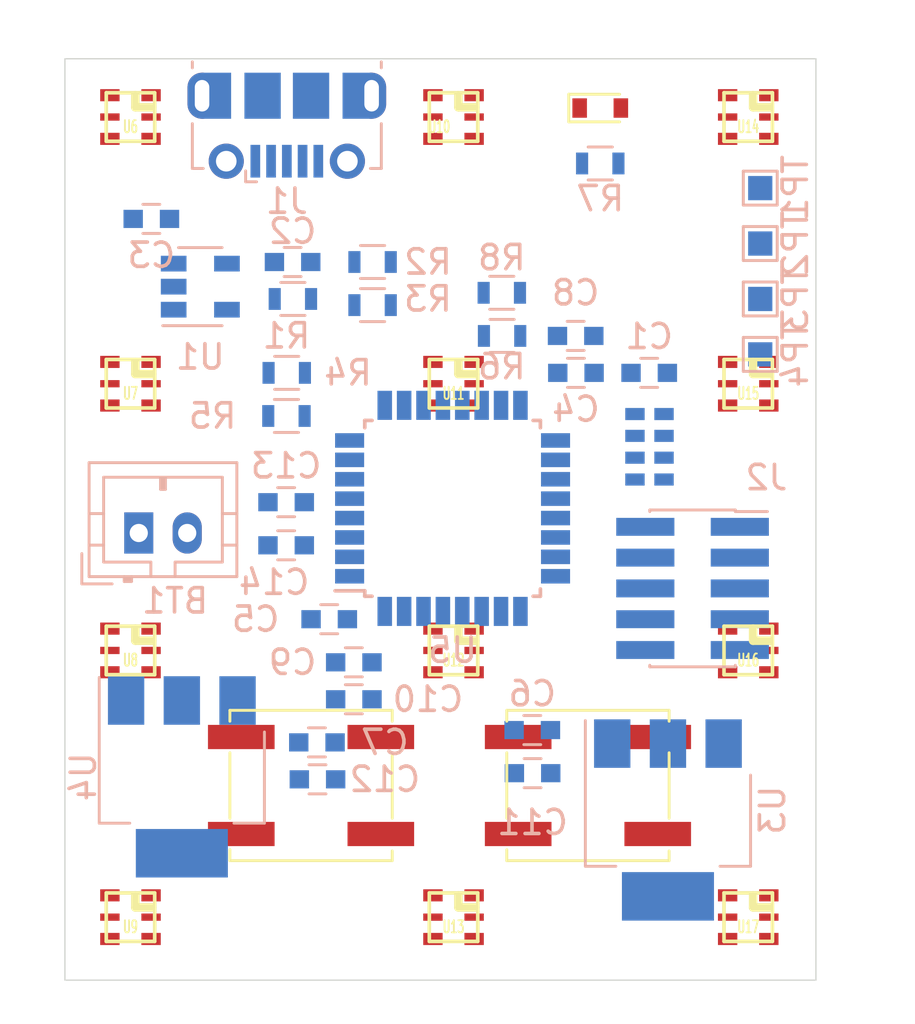
<source format=kicad_pcb>
(kicad_pcb (version 20171130) (host pcbnew 5.1.2-f72e74a~84~ubuntu18.04.1)

  (general
    (thickness 1.6)
    (drawings 4)
    (tracks 0)
    (zones 0)
    (modules 49)
    (nets 65)
  )

  (page A4)
  (layers
    (0 F.Cu signal)
    (31 B.Cu signal)
    (32 B.Adhes user)
    (33 F.Adhes user)
    (34 B.Paste user)
    (35 F.Paste user)
    (36 B.SilkS user)
    (37 F.SilkS user)
    (38 B.Mask user)
    (39 F.Mask user)
    (40 Dwgs.User user)
    (41 Cmts.User user)
    (42 Eco1.User user)
    (43 Eco2.User user)
    (44 Edge.Cuts user)
    (45 Margin user)
    (46 B.CrtYd user)
    (47 F.CrtYd user)
    (48 B.Fab user)
    (49 F.Fab user)
  )

  (setup
    (last_trace_width 0.25)
    (trace_clearance 0.2)
    (zone_clearance 0.508)
    (zone_45_only no)
    (trace_min 0.2)
    (via_size 0.8)
    (via_drill 0.4)
    (via_min_size 0.4)
    (via_min_drill 0.3)
    (uvia_size 0.3)
    (uvia_drill 0.1)
    (uvias_allowed no)
    (uvia_min_size 0.2)
    (uvia_min_drill 0.1)
    (edge_width 0.05)
    (segment_width 0.2)
    (pcb_text_width 0.3)
    (pcb_text_size 1.5 1.5)
    (mod_edge_width 0.12)
    (mod_text_size 1 1)
    (mod_text_width 0.15)
    (pad_size 1.524 1.524)
    (pad_drill 0.762)
    (pad_to_mask_clearance 0.051)
    (solder_mask_min_width 0.25)
    (aux_axis_origin 0 0)
    (visible_elements FFFFFF7F)
    (pcbplotparams
      (layerselection 0x010fc_ffffffff)
      (usegerberextensions false)
      (usegerberattributes false)
      (usegerberadvancedattributes false)
      (creategerberjobfile false)
      (excludeedgelayer true)
      (linewidth 0.100000)
      (plotframeref false)
      (viasonmask false)
      (mode 1)
      (useauxorigin false)
      (hpglpennumber 1)
      (hpglpenspeed 20)
      (hpglpendiameter 15.000000)
      (psnegative false)
      (psa4output false)
      (plotreference true)
      (plotvalue true)
      (plotinvisibletext false)
      (padsonsilk false)
      (subtractmaskfromsilk false)
      (outputformat 1)
      (mirror false)
      (drillshape 1)
      (scaleselection 1)
      (outputdirectory ""))
  )

  (net 0 "")
  (net 1 GND)
  (net 2 "Net-(BT1-Pad1)")
  (net 3 +3V3)
  (net 4 /VBUS)
  (net 5 +5V)
  (net 6 "Net-(D1-Pad2)")
  (net 7 /USB_DP)
  (net 8 /USB_DM)
  (net 9 "Net-(J2-Pad10)")
  (net 10 "Net-(J2-Pad8)")
  (net 11 "Net-(J2-Pad7)")
  (net 12 "Net-(J2-Pad6)")
  (net 13 /SWCLK)
  (net 14 /SWDIO)
  (net 15 "Net-(R1-Pad1)")
  (net 16 /CEN)
  (net 17 /VLEV)
  (net 18 "Net-(R6-Pad2)")
  (net 19 "Net-(R7-Pad1)")
  (net 20 "Net-(R8-Pad2)")
  (net 21 /LED_CLK)
  (net 22 /LED_SDI)
  (net 23 /RTC_SCL)
  (net 24 /RTC_SDA)
  (net 25 /RTC_IRQ)
  (net 26 "Net-(U2-Pad7)")
  (net 27 /RTC_SQW)
  (net 28 "Net-(U2-Pad4)")
  (net 29 "Net-(U5-Pad30)")
  (net 30 "Net-(U5-Pad29)")
  (net 31 "Net-(U5-Pad28)")
  (net 32 "Net-(U5-Pad27)")
  (net 33 "Net-(U5-Pad25)")
  (net 34 "Net-(U5-Pad10)")
  (net 35 "Net-(U5-Pad9)")
  (net 36 "Net-(U5-Pad8)")
  (net 37 "Net-(U5-Pad6)")
  (net 38 "Net-(U5-Pad4)")
  (net 39 "Net-(U5-Pad3)")
  (net 40 "Net-(U5-Pad2)")
  (net 41 "Net-(U10-Pad2)")
  (net 42 "Net-(U10-Pad1)")
  (net 43 /LED_SDI1)
  (net 44 "Net-(U11-Pad1)")
  (net 45 "Net-(U11-Pad2)")
  (net 46 /LED_CLK1)
  (net 47 /LED_CLK2)
  (net 48 "Net-(U12-Pad2)")
  (net 49 "Net-(U12-Pad1)")
  (net 50 /LED_SDI2)
  (net 51 /LED_SDI3)
  (net 52 "Net-(U13-Pad1)")
  (net 53 "Net-(U13-Pad2)")
  (net 54 /LED_CLK3)
  (net 55 "Net-(U10-Pad6)")
  (net 56 "Net-(U10-Pad5)")
  (net 57 "Net-(U11-Pad5)")
  (net 58 "Net-(U11-Pad6)")
  (net 59 "Net-(U12-Pad5)")
  (net 60 "Net-(U12-Pad6)")
  (net 61 "Net-(U13-Pad5)")
  (net 62 "Net-(U13-Pad6)")
  (net 63 "Net-(U17-Pad6)")
  (net 64 "Net-(U17-Pad5)")

  (net_class Default "This is the default net class."
    (clearance 0.2)
    (trace_width 0.25)
    (via_dia 0.8)
    (via_drill 0.4)
    (uvia_dia 0.3)
    (uvia_drill 0.1)
    (add_net +3V3)
    (add_net +5V)
    (add_net /CEN)
    (add_net /LED_CLK)
    (add_net /LED_CLK1)
    (add_net /LED_CLK2)
    (add_net /LED_CLK3)
    (add_net /LED_SDI)
    (add_net /LED_SDI1)
    (add_net /LED_SDI2)
    (add_net /LED_SDI3)
    (add_net /RTC_IRQ)
    (add_net /RTC_SCL)
    (add_net /RTC_SDA)
    (add_net /RTC_SQW)
    (add_net /SWCLK)
    (add_net /SWDIO)
    (add_net /USB_DM)
    (add_net /USB_DP)
    (add_net /VBUS)
    (add_net /VLEV)
    (add_net GND)
    (add_net "Net-(BT1-Pad1)")
    (add_net "Net-(D1-Pad2)")
    (add_net "Net-(J2-Pad10)")
    (add_net "Net-(J2-Pad6)")
    (add_net "Net-(J2-Pad7)")
    (add_net "Net-(J2-Pad8)")
    (add_net "Net-(R1-Pad1)")
    (add_net "Net-(R6-Pad2)")
    (add_net "Net-(R7-Pad1)")
    (add_net "Net-(R8-Pad2)")
    (add_net "Net-(U10-Pad1)")
    (add_net "Net-(U10-Pad2)")
    (add_net "Net-(U10-Pad5)")
    (add_net "Net-(U10-Pad6)")
    (add_net "Net-(U11-Pad1)")
    (add_net "Net-(U11-Pad2)")
    (add_net "Net-(U11-Pad5)")
    (add_net "Net-(U11-Pad6)")
    (add_net "Net-(U12-Pad1)")
    (add_net "Net-(U12-Pad2)")
    (add_net "Net-(U12-Pad5)")
    (add_net "Net-(U12-Pad6)")
    (add_net "Net-(U13-Pad1)")
    (add_net "Net-(U13-Pad2)")
    (add_net "Net-(U13-Pad5)")
    (add_net "Net-(U13-Pad6)")
    (add_net "Net-(U17-Pad5)")
    (add_net "Net-(U17-Pad6)")
    (add_net "Net-(U2-Pad4)")
    (add_net "Net-(U2-Pad7)")
    (add_net "Net-(U5-Pad10)")
    (add_net "Net-(U5-Pad2)")
    (add_net "Net-(U5-Pad25)")
    (add_net "Net-(U5-Pad27)")
    (add_net "Net-(U5-Pad28)")
    (add_net "Net-(U5-Pad29)")
    (add_net "Net-(U5-Pad3)")
    (add_net "Net-(U5-Pad30)")
    (add_net "Net-(U5-Pad4)")
    (add_net "Net-(U5-Pad6)")
    (add_net "Net-(U5-Pad8)")
    (add_net "Net-(U5-Pad9)")
  )

  (module Connectors_JST:JST_PH_B2B-PH-K_02x2.00mm_Straight (layer B.Cu) (tedit 58D3FE4F) (tstamp 5DBE1131)
    (at 41.148 44.196)
    (descr "JST PH series connector, B2B-PH-K, top entry type, through hole, Datasheet: http://www.jst-mfg.com/product/pdf/eng/ePH.pdf")
    (tags "connector jst ph")
    (path /5DB5A48F)
    (fp_text reference BT1 (at 1.5 2.8) (layer B.SilkS)
      (effects (font (size 1 1) (thickness 0.15)) (justify mirror))
    )
    (fp_text value Battery_Cell (at 1 -3.8) (layer B.Fab)
      (effects (font (size 1 1) (thickness 0.15)) (justify mirror))
    )
    (fp_text user %R (at 1 -1.5) (layer B.Fab)
      (effects (font (size 1 1) (thickness 0.15)) (justify mirror))
    )
    (fp_line (start 4.45 2.2) (end -2.45 2.2) (layer B.CrtYd) (width 0.05))
    (fp_line (start 4.45 -3.3) (end 4.45 2.2) (layer B.CrtYd) (width 0.05))
    (fp_line (start -2.45 -3.3) (end 4.45 -3.3) (layer B.CrtYd) (width 0.05))
    (fp_line (start -2.45 2.2) (end -2.45 -3.3) (layer B.CrtYd) (width 0.05))
    (fp_line (start 3.95 1.7) (end -1.95 1.7) (layer B.Fab) (width 0.1))
    (fp_line (start 3.95 -2.8) (end 3.95 1.7) (layer B.Fab) (width 0.1))
    (fp_line (start -1.95 -2.8) (end 3.95 -2.8) (layer B.Fab) (width 0.1))
    (fp_line (start -1.95 1.7) (end -1.95 -2.8) (layer B.Fab) (width 0.1))
    (fp_line (start -2.35 2.1) (end -2.35 0.85) (layer B.Fab) (width 0.1))
    (fp_line (start -1.1 2.1) (end -2.35 2.1) (layer B.Fab) (width 0.1))
    (fp_line (start -2.35 2.1) (end -2.35 0.85) (layer B.SilkS) (width 0.12))
    (fp_line (start -1.1 2.1) (end -2.35 2.1) (layer B.SilkS) (width 0.12))
    (fp_line (start 1 -2.3) (end 1 -1.8) (layer B.SilkS) (width 0.12))
    (fp_line (start 1.1 -1.8) (end 1.1 -2.3) (layer B.SilkS) (width 0.12))
    (fp_line (start 0.9 -1.8) (end 1.1 -1.8) (layer B.SilkS) (width 0.12))
    (fp_line (start 0.9 -2.3) (end 0.9 -1.8) (layer B.SilkS) (width 0.12))
    (fp_line (start -0.3 1.9) (end -0.6 1.9) (layer B.SilkS) (width 0.12))
    (fp_line (start -0.6 2) (end -0.6 1.8) (layer B.SilkS) (width 0.12))
    (fp_line (start -0.3 2) (end -0.6 2) (layer B.SilkS) (width 0.12))
    (fp_line (start -0.3 1.8) (end -0.3 2) (layer B.SilkS) (width 0.12))
    (fp_line (start 4.05 -0.8) (end 3.45 -0.8) (layer B.SilkS) (width 0.12))
    (fp_line (start 4.05 0.5) (end 3.45 0.5) (layer B.SilkS) (width 0.12))
    (fp_line (start -2.05 -0.8) (end -1.45 -0.8) (layer B.SilkS) (width 0.12))
    (fp_line (start -2.05 0.5) (end -1.45 0.5) (layer B.SilkS) (width 0.12))
    (fp_line (start 1.5 1.2) (end 1.5 1.8) (layer B.SilkS) (width 0.12))
    (fp_line (start 3.45 1.2) (end 1.5 1.2) (layer B.SilkS) (width 0.12))
    (fp_line (start 3.45 -2.3) (end 3.45 1.2) (layer B.SilkS) (width 0.12))
    (fp_line (start -1.45 -2.3) (end 3.45 -2.3) (layer B.SilkS) (width 0.12))
    (fp_line (start -1.45 1.2) (end -1.45 -2.3) (layer B.SilkS) (width 0.12))
    (fp_line (start 0.5 1.2) (end -1.45 1.2) (layer B.SilkS) (width 0.12))
    (fp_line (start 0.5 1.8) (end 0.5 1.2) (layer B.SilkS) (width 0.12))
    (fp_line (start 4.05 1.8) (end -2.05 1.8) (layer B.SilkS) (width 0.12))
    (fp_line (start 4.05 -2.9) (end 4.05 1.8) (layer B.SilkS) (width 0.12))
    (fp_line (start -2.05 -2.9) (end 4.05 -2.9) (layer B.SilkS) (width 0.12))
    (fp_line (start -2.05 1.8) (end -2.05 -2.9) (layer B.SilkS) (width 0.12))
    (pad 2 thru_hole oval (at 2 0) (size 1.2 1.7) (drill 0.75) (layers *.Cu *.Mask)
      (net 1 GND))
    (pad 1 thru_hole rect (at 0 0) (size 1.2 1.7) (drill 0.75) (layers *.Cu *.Mask)
      (net 2 "Net-(BT1-Pad1)"))
    (model ${KISYS3DMOD}/Connectors_JST.3dshapes/JST_PH_B2B-PH-K_02x2.00mm_Straight.wrl
      (at (xyz 0 0 0))
      (scale (xyz 1 1 1))
      (rotate (xyz 0 0 0))
    )
  )

  (module Capacitors_SMD:C_0603 (layer B.Cu) (tedit 59958EE7) (tstamp 5DBDED05)
    (at 62.218 37.592 180)
    (descr "Capacitor SMD 0603, reflow soldering, AVX (see smccp.pdf)")
    (tags "capacitor 0603")
    (path /5DEB5660)
    (attr smd)
    (fp_text reference C1 (at 0 1.5) (layer B.SilkS)
      (effects (font (size 1 1) (thickness 0.15)) (justify mirror))
    )
    (fp_text value 0.1uf (at 0 -1.5) (layer B.Fab) hide
      (effects (font (size 1 1) (thickness 0.15)) (justify mirror))
    )
    (fp_text user %R (at 0 0) (layer B.Fab)
      (effects (font (size 0.3 0.3) (thickness 0.075)) (justify mirror))
    )
    (fp_line (start -0.8 -0.4) (end -0.8 0.4) (layer B.Fab) (width 0.1))
    (fp_line (start 0.8 -0.4) (end -0.8 -0.4) (layer B.Fab) (width 0.1))
    (fp_line (start 0.8 0.4) (end 0.8 -0.4) (layer B.Fab) (width 0.1))
    (fp_line (start -0.8 0.4) (end 0.8 0.4) (layer B.Fab) (width 0.1))
    (fp_line (start -0.35 0.6) (end 0.35 0.6) (layer B.SilkS) (width 0.12))
    (fp_line (start 0.35 -0.6) (end -0.35 -0.6) (layer B.SilkS) (width 0.12))
    (fp_line (start -1.4 0.65) (end 1.4 0.65) (layer B.CrtYd) (width 0.05))
    (fp_line (start -1.4 0.65) (end -1.4 -0.65) (layer B.CrtYd) (width 0.05))
    (fp_line (start 1.4 -0.65) (end 1.4 0.65) (layer B.CrtYd) (width 0.05))
    (fp_line (start 1.4 -0.65) (end -1.4 -0.65) (layer B.CrtYd) (width 0.05))
    (pad 1 smd rect (at -0.75 0 180) (size 0.8 0.75) (layers B.Cu B.Paste B.Mask)
      (net 3 +3V3))
    (pad 2 smd rect (at 0.75 0 180) (size 0.8 0.75) (layers B.Cu B.Paste B.Mask)
      (net 1 GND))
    (model Capacitors_SMD.3dshapes/C_0603.wrl
      (at (xyz 0 0 0))
      (scale (xyz 1 1 1))
      (rotate (xyz 0 0 0))
    )
  )

  (module Capacitors_SMD:C_0603 (layer B.Cu) (tedit 59958EE7) (tstamp 5DBDED16)
    (at 47.498 33.02)
    (descr "Capacitor SMD 0603, reflow soldering, AVX (see smccp.pdf)")
    (tags "capacitor 0603")
    (path /5DB813ED)
    (attr smd)
    (fp_text reference C2 (at 0 -1.27) (layer B.SilkS)
      (effects (font (size 1 1) (thickness 0.15)) (justify mirror))
    )
    (fp_text value 1uf (at 0 -1.5) (layer B.Fab) hide
      (effects (font (size 1 1) (thickness 0.15)) (justify mirror))
    )
    (fp_text user %R (at 0 0) (layer B.Fab)
      (effects (font (size 0.3 0.3) (thickness 0.075)) (justify mirror))
    )
    (fp_line (start -0.8 -0.4) (end -0.8 0.4) (layer B.Fab) (width 0.1))
    (fp_line (start 0.8 -0.4) (end -0.8 -0.4) (layer B.Fab) (width 0.1))
    (fp_line (start 0.8 0.4) (end 0.8 -0.4) (layer B.Fab) (width 0.1))
    (fp_line (start -0.8 0.4) (end 0.8 0.4) (layer B.Fab) (width 0.1))
    (fp_line (start -0.35 0.6) (end 0.35 0.6) (layer B.SilkS) (width 0.12))
    (fp_line (start 0.35 -0.6) (end -0.35 -0.6) (layer B.SilkS) (width 0.12))
    (fp_line (start -1.4 0.65) (end 1.4 0.65) (layer B.CrtYd) (width 0.05))
    (fp_line (start -1.4 0.65) (end -1.4 -0.65) (layer B.CrtYd) (width 0.05))
    (fp_line (start 1.4 -0.65) (end 1.4 0.65) (layer B.CrtYd) (width 0.05))
    (fp_line (start 1.4 -0.65) (end -1.4 -0.65) (layer B.CrtYd) (width 0.05))
    (pad 1 smd rect (at -0.75 0) (size 0.8 0.75) (layers B.Cu B.Paste B.Mask)
      (net 4 /VBUS))
    (pad 2 smd rect (at 0.75 0) (size 0.8 0.75) (layers B.Cu B.Paste B.Mask)
      (net 1 GND))
    (model Capacitors_SMD.3dshapes/C_0603.wrl
      (at (xyz 0 0 0))
      (scale (xyz 1 1 1))
      (rotate (xyz 0 0 0))
    )
  )

  (module Capacitors_SMD:C_0603 (layer B.Cu) (tedit 59958EE7) (tstamp 5DBE161A)
    (at 41.668 31.242)
    (descr "Capacitor SMD 0603, reflow soldering, AVX (see smccp.pdf)")
    (tags "capacitor 0603")
    (path /5DB8B69C)
    (attr smd)
    (fp_text reference C3 (at 0 1.5) (layer B.SilkS)
      (effects (font (size 1 1) (thickness 0.15)) (justify mirror))
    )
    (fp_text value 1uf (at 0 -1.5) (layer B.Fab) hide
      (effects (font (size 1 1) (thickness 0.15)) (justify mirror))
    )
    (fp_line (start 1.4 -0.65) (end -1.4 -0.65) (layer B.CrtYd) (width 0.05))
    (fp_line (start 1.4 -0.65) (end 1.4 0.65) (layer B.CrtYd) (width 0.05))
    (fp_line (start -1.4 0.65) (end -1.4 -0.65) (layer B.CrtYd) (width 0.05))
    (fp_line (start -1.4 0.65) (end 1.4 0.65) (layer B.CrtYd) (width 0.05))
    (fp_line (start 0.35 -0.6) (end -0.35 -0.6) (layer B.SilkS) (width 0.12))
    (fp_line (start -0.35 0.6) (end 0.35 0.6) (layer B.SilkS) (width 0.12))
    (fp_line (start -0.8 0.4) (end 0.8 0.4) (layer B.Fab) (width 0.1))
    (fp_line (start 0.8 0.4) (end 0.8 -0.4) (layer B.Fab) (width 0.1))
    (fp_line (start 0.8 -0.4) (end -0.8 -0.4) (layer B.Fab) (width 0.1))
    (fp_line (start -0.8 -0.4) (end -0.8 0.4) (layer B.Fab) (width 0.1))
    (fp_text user %R (at 0 0) (layer B.Fab)
      (effects (font (size 0.3 0.3) (thickness 0.075)) (justify mirror))
    )
    (pad 2 smd rect (at 0.75 0) (size 0.8 0.75) (layers B.Cu B.Paste B.Mask)
      (net 1 GND))
    (pad 1 smd rect (at -0.75 0) (size 0.8 0.75) (layers B.Cu B.Paste B.Mask)
      (net 2 "Net-(BT1-Pad1)"))
    (model Capacitors_SMD.3dshapes/C_0603.wrl
      (at (xyz 0 0 0))
      (scale (xyz 1 1 1))
      (rotate (xyz 0 0 0))
    )
  )

  (module Capacitors_SMD:C_0603 (layer B.Cu) (tedit 59958EE7) (tstamp 5DBDED38)
    (at 59.194 37.592)
    (descr "Capacitor SMD 0603, reflow soldering, AVX (see smccp.pdf)")
    (tags "capacitor 0603")
    (path /5DA5B8D9)
    (attr smd)
    (fp_text reference C4 (at 0 1.5) (layer B.SilkS)
      (effects (font (size 1 1) (thickness 0.15)) (justify mirror))
    )
    (fp_text value 0.1uf (at 0 -1.5) (layer B.Fab) hide
      (effects (font (size 1 1) (thickness 0.15)) (justify mirror))
    )
    (fp_text user %R (at 0 0) (layer B.Fab)
      (effects (font (size 0.3 0.3) (thickness 0.075)) (justify mirror))
    )
    (fp_line (start -0.8 -0.4) (end -0.8 0.4) (layer B.Fab) (width 0.1))
    (fp_line (start 0.8 -0.4) (end -0.8 -0.4) (layer B.Fab) (width 0.1))
    (fp_line (start 0.8 0.4) (end 0.8 -0.4) (layer B.Fab) (width 0.1))
    (fp_line (start -0.8 0.4) (end 0.8 0.4) (layer B.Fab) (width 0.1))
    (fp_line (start -0.35 0.6) (end 0.35 0.6) (layer B.SilkS) (width 0.12))
    (fp_line (start 0.35 -0.6) (end -0.35 -0.6) (layer B.SilkS) (width 0.12))
    (fp_line (start -1.4 0.65) (end 1.4 0.65) (layer B.CrtYd) (width 0.05))
    (fp_line (start -1.4 0.65) (end -1.4 -0.65) (layer B.CrtYd) (width 0.05))
    (fp_line (start 1.4 -0.65) (end 1.4 0.65) (layer B.CrtYd) (width 0.05))
    (fp_line (start 1.4 -0.65) (end -1.4 -0.65) (layer B.CrtYd) (width 0.05))
    (pad 1 smd rect (at -0.75 0) (size 0.8 0.75) (layers B.Cu B.Paste B.Mask)
      (net 3 +3V3))
    (pad 2 smd rect (at 0.75 0) (size 0.8 0.75) (layers B.Cu B.Paste B.Mask)
      (net 1 GND))
    (model Capacitors_SMD.3dshapes/C_0603.wrl
      (at (xyz 0 0 0))
      (scale (xyz 1 1 1))
      (rotate (xyz 0 0 0))
    )
  )

  (module Capacitors_SMD:C_0603 (layer B.Cu) (tedit 59958EE7) (tstamp 5DBDED49)
    (at 49.01 47.752 180)
    (descr "Capacitor SMD 0603, reflow soldering, AVX (see smccp.pdf)")
    (tags "capacitor 0603")
    (path /5DA4C36D)
    (attr smd)
    (fp_text reference C5 (at 3.036 0) (layer B.SilkS)
      (effects (font (size 1 1) (thickness 0.15)) (justify mirror))
    )
    (fp_text value 0.1uf (at 0 -1.5) (layer B.Fab) hide
      (effects (font (size 1 1) (thickness 0.15)) (justify mirror))
    )
    (fp_line (start 1.4 -0.65) (end -1.4 -0.65) (layer B.CrtYd) (width 0.05))
    (fp_line (start 1.4 -0.65) (end 1.4 0.65) (layer B.CrtYd) (width 0.05))
    (fp_line (start -1.4 0.65) (end -1.4 -0.65) (layer B.CrtYd) (width 0.05))
    (fp_line (start -1.4 0.65) (end 1.4 0.65) (layer B.CrtYd) (width 0.05))
    (fp_line (start 0.35 -0.6) (end -0.35 -0.6) (layer B.SilkS) (width 0.12))
    (fp_line (start -0.35 0.6) (end 0.35 0.6) (layer B.SilkS) (width 0.12))
    (fp_line (start -0.8 0.4) (end 0.8 0.4) (layer B.Fab) (width 0.1))
    (fp_line (start 0.8 0.4) (end 0.8 -0.4) (layer B.Fab) (width 0.1))
    (fp_line (start 0.8 -0.4) (end -0.8 -0.4) (layer B.Fab) (width 0.1))
    (fp_line (start -0.8 -0.4) (end -0.8 0.4) (layer B.Fab) (width 0.1))
    (fp_text user %R (at 0 0) (layer B.Fab)
      (effects (font (size 0.3 0.3) (thickness 0.075)) (justify mirror))
    )
    (pad 2 smd rect (at 0.75 0 180) (size 0.8 0.75) (layers B.Cu B.Paste B.Mask)
      (net 1 GND))
    (pad 1 smd rect (at -0.75 0 180) (size 0.8 0.75) (layers B.Cu B.Paste B.Mask)
      (net 3 +3V3))
    (model Capacitors_SMD.3dshapes/C_0603.wrl
      (at (xyz 0 0 0))
      (scale (xyz 1 1 1))
      (rotate (xyz 0 0 0))
    )
  )

  (module Capacitors_SMD:C_0603 (layer B.Cu) (tedit 59958EE7) (tstamp 5DBE25DC)
    (at 57.392 52.324 180)
    (descr "Capacitor SMD 0603, reflow soldering, AVX (see smccp.pdf)")
    (tags "capacitor 0603")
    (path /5DD27206)
    (attr smd)
    (fp_text reference C6 (at 0 1.5) (layer B.SilkS)
      (effects (font (size 1 1) (thickness 0.15)) (justify mirror))
    )
    (fp_text value 10uf (at 0 -1.5) (layer B.Fab) hide
      (effects (font (size 1 1) (thickness 0.15)) (justify mirror))
    )
    (fp_line (start 1.4 -0.65) (end -1.4 -0.65) (layer B.CrtYd) (width 0.05))
    (fp_line (start 1.4 -0.65) (end 1.4 0.65) (layer B.CrtYd) (width 0.05))
    (fp_line (start -1.4 0.65) (end -1.4 -0.65) (layer B.CrtYd) (width 0.05))
    (fp_line (start -1.4 0.65) (end 1.4 0.65) (layer B.CrtYd) (width 0.05))
    (fp_line (start 0.35 -0.6) (end -0.35 -0.6) (layer B.SilkS) (width 0.12))
    (fp_line (start -0.35 0.6) (end 0.35 0.6) (layer B.SilkS) (width 0.12))
    (fp_line (start -0.8 0.4) (end 0.8 0.4) (layer B.Fab) (width 0.1))
    (fp_line (start 0.8 0.4) (end 0.8 -0.4) (layer B.Fab) (width 0.1))
    (fp_line (start 0.8 -0.4) (end -0.8 -0.4) (layer B.Fab) (width 0.1))
    (fp_line (start -0.8 -0.4) (end -0.8 0.4) (layer B.Fab) (width 0.1))
    (fp_text user %R (at 0 0) (layer B.Fab)
      (effects (font (size 0.3 0.3) (thickness 0.075)) (justify mirror))
    )
    (pad 2 smd rect (at 0.75 0 180) (size 0.8 0.75) (layers B.Cu B.Paste B.Mask)
      (net 1 GND))
    (pad 1 smd rect (at -0.75 0 180) (size 0.8 0.75) (layers B.Cu B.Paste B.Mask)
      (net 2 "Net-(BT1-Pad1)"))
    (model Capacitors_SMD.3dshapes/C_0603.wrl
      (at (xyz 0 0 0))
      (scale (xyz 1 1 1))
      (rotate (xyz 0 0 0))
    )
  )

  (module Capacitors_SMD:C_0603 (layer B.Cu) (tedit 59958EE7) (tstamp 5DBE2680)
    (at 48.502 52.832)
    (descr "Capacitor SMD 0603, reflow soldering, AVX (see smccp.pdf)")
    (tags "capacitor 0603")
    (path /5DD27A49)
    (attr smd)
    (fp_text reference C7 (at 2.806 0) (layer B.SilkS)
      (effects (font (size 1 1) (thickness 0.15)) (justify mirror))
    )
    (fp_text value 10uf (at 0 -1.5) (layer B.Fab) hide
      (effects (font (size 1 1) (thickness 0.15)) (justify mirror))
    )
    (fp_text user %R (at 0 0) (layer B.Fab)
      (effects (font (size 0.3 0.3) (thickness 0.075)) (justify mirror))
    )
    (fp_line (start -0.8 -0.4) (end -0.8 0.4) (layer B.Fab) (width 0.1))
    (fp_line (start 0.8 -0.4) (end -0.8 -0.4) (layer B.Fab) (width 0.1))
    (fp_line (start 0.8 0.4) (end 0.8 -0.4) (layer B.Fab) (width 0.1))
    (fp_line (start -0.8 0.4) (end 0.8 0.4) (layer B.Fab) (width 0.1))
    (fp_line (start -0.35 0.6) (end 0.35 0.6) (layer B.SilkS) (width 0.12))
    (fp_line (start 0.35 -0.6) (end -0.35 -0.6) (layer B.SilkS) (width 0.12))
    (fp_line (start -1.4 0.65) (end 1.4 0.65) (layer B.CrtYd) (width 0.05))
    (fp_line (start -1.4 0.65) (end -1.4 -0.65) (layer B.CrtYd) (width 0.05))
    (fp_line (start 1.4 -0.65) (end 1.4 0.65) (layer B.CrtYd) (width 0.05))
    (fp_line (start 1.4 -0.65) (end -1.4 -0.65) (layer B.CrtYd) (width 0.05))
    (pad 1 smd rect (at -0.75 0) (size 0.8 0.75) (layers B.Cu B.Paste B.Mask)
      (net 2 "Net-(BT1-Pad1)"))
    (pad 2 smd rect (at 0.75 0) (size 0.8 0.75) (layers B.Cu B.Paste B.Mask)
      (net 1 GND))
    (model Capacitors_SMD.3dshapes/C_0603.wrl
      (at (xyz 0 0 0))
      (scale (xyz 1 1 1))
      (rotate (xyz 0 0 0))
    )
  )

  (module Capacitors_SMD:C_0603 (layer B.Cu) (tedit 59958EE7) (tstamp 5DBDED7C)
    (at 59.182 36.068)
    (descr "Capacitor SMD 0603, reflow soldering, AVX (see smccp.pdf)")
    (tags "capacitor 0603")
    (path /5DA5C7AB)
    (attr smd)
    (fp_text reference C8 (at 0 -1.778) (layer B.SilkS)
      (effects (font (size 1 1) (thickness 0.15)) (justify mirror))
    )
    (fp_text value 0.1uf (at 0 -1.5) (layer B.Fab) hide
      (effects (font (size 1 1) (thickness 0.15)) (justify mirror))
    )
    (fp_line (start 1.4 -0.65) (end -1.4 -0.65) (layer B.CrtYd) (width 0.05))
    (fp_line (start 1.4 -0.65) (end 1.4 0.65) (layer B.CrtYd) (width 0.05))
    (fp_line (start -1.4 0.65) (end -1.4 -0.65) (layer B.CrtYd) (width 0.05))
    (fp_line (start -1.4 0.65) (end 1.4 0.65) (layer B.CrtYd) (width 0.05))
    (fp_line (start 0.35 -0.6) (end -0.35 -0.6) (layer B.SilkS) (width 0.12))
    (fp_line (start -0.35 0.6) (end 0.35 0.6) (layer B.SilkS) (width 0.12))
    (fp_line (start -0.8 0.4) (end 0.8 0.4) (layer B.Fab) (width 0.1))
    (fp_line (start 0.8 0.4) (end 0.8 -0.4) (layer B.Fab) (width 0.1))
    (fp_line (start 0.8 -0.4) (end -0.8 -0.4) (layer B.Fab) (width 0.1))
    (fp_line (start -0.8 -0.4) (end -0.8 0.4) (layer B.Fab) (width 0.1))
    (fp_text user %R (at 0 0) (layer B.Fab)
      (effects (font (size 0.3 0.3) (thickness 0.075)) (justify mirror))
    )
    (pad 2 smd rect (at 0.75 0) (size 0.8 0.75) (layers B.Cu B.Paste B.Mask)
      (net 1 GND))
    (pad 1 smd rect (at -0.75 0) (size 0.8 0.75) (layers B.Cu B.Paste B.Mask)
      (net 3 +3V3))
    (model Capacitors_SMD.3dshapes/C_0603.wrl
      (at (xyz 0 0 0))
      (scale (xyz 1 1 1))
      (rotate (xyz 0 0 0))
    )
  )

  (module Capacitors_SMD:C_0603 (layer B.Cu) (tedit 59958EE7) (tstamp 5DBDED8D)
    (at 50.026 49.53 180)
    (descr "Capacitor SMD 0603, reflow soldering, AVX (see smccp.pdf)")
    (tags "capacitor 0603")
    (path /5DA4D05A)
    (attr smd)
    (fp_text reference C9 (at 2.528 0) (layer B.SilkS)
      (effects (font (size 1 1) (thickness 0.15)) (justify mirror))
    )
    (fp_text value 0.1uf (at 0 -1.5) (layer B.Fab) hide
      (effects (font (size 1 1) (thickness 0.15)) (justify mirror))
    )
    (fp_text user %R (at 0 0) (layer B.Fab)
      (effects (font (size 0.3 0.3) (thickness 0.075)) (justify mirror))
    )
    (fp_line (start -0.8 -0.4) (end -0.8 0.4) (layer B.Fab) (width 0.1))
    (fp_line (start 0.8 -0.4) (end -0.8 -0.4) (layer B.Fab) (width 0.1))
    (fp_line (start 0.8 0.4) (end 0.8 -0.4) (layer B.Fab) (width 0.1))
    (fp_line (start -0.8 0.4) (end 0.8 0.4) (layer B.Fab) (width 0.1))
    (fp_line (start -0.35 0.6) (end 0.35 0.6) (layer B.SilkS) (width 0.12))
    (fp_line (start 0.35 -0.6) (end -0.35 -0.6) (layer B.SilkS) (width 0.12))
    (fp_line (start -1.4 0.65) (end 1.4 0.65) (layer B.CrtYd) (width 0.05))
    (fp_line (start -1.4 0.65) (end -1.4 -0.65) (layer B.CrtYd) (width 0.05))
    (fp_line (start 1.4 -0.65) (end 1.4 0.65) (layer B.CrtYd) (width 0.05))
    (fp_line (start 1.4 -0.65) (end -1.4 -0.65) (layer B.CrtYd) (width 0.05))
    (pad 1 smd rect (at -0.75 0 180) (size 0.8 0.75) (layers B.Cu B.Paste B.Mask)
      (net 3 +3V3))
    (pad 2 smd rect (at 0.75 0 180) (size 0.8 0.75) (layers B.Cu B.Paste B.Mask)
      (net 1 GND))
    (model Capacitors_SMD.3dshapes/C_0603.wrl
      (at (xyz 0 0 0))
      (scale (xyz 1 1 1))
      (rotate (xyz 0 0 0))
    )
  )

  (module Capacitors_SMD:C_0603 (layer B.Cu) (tedit 59958EE7) (tstamp 5DBE18EF)
    (at 50.026 51.054 180)
    (descr "Capacitor SMD 0603, reflow soldering, AVX (see smccp.pdf)")
    (tags "capacitor 0603")
    (path /5DA4D37D)
    (attr smd)
    (fp_text reference C10 (at -3.06 0) (layer B.SilkS)
      (effects (font (size 1 1) (thickness 0.15)) (justify mirror))
    )
    (fp_text value 4.7uf (at 0 -1.5) (layer B.Fab) hide
      (effects (font (size 1 1) (thickness 0.15)) (justify mirror))
    )
    (fp_line (start 1.4 -0.65) (end -1.4 -0.65) (layer B.CrtYd) (width 0.05))
    (fp_line (start 1.4 -0.65) (end 1.4 0.65) (layer B.CrtYd) (width 0.05))
    (fp_line (start -1.4 0.65) (end -1.4 -0.65) (layer B.CrtYd) (width 0.05))
    (fp_line (start -1.4 0.65) (end 1.4 0.65) (layer B.CrtYd) (width 0.05))
    (fp_line (start 0.35 -0.6) (end -0.35 -0.6) (layer B.SilkS) (width 0.12))
    (fp_line (start -0.35 0.6) (end 0.35 0.6) (layer B.SilkS) (width 0.12))
    (fp_line (start -0.8 0.4) (end 0.8 0.4) (layer B.Fab) (width 0.1))
    (fp_line (start 0.8 0.4) (end 0.8 -0.4) (layer B.Fab) (width 0.1))
    (fp_line (start 0.8 -0.4) (end -0.8 -0.4) (layer B.Fab) (width 0.1))
    (fp_line (start -0.8 -0.4) (end -0.8 0.4) (layer B.Fab) (width 0.1))
    (fp_text user %R (at 0 0) (layer B.Fab)
      (effects (font (size 0.3 0.3) (thickness 0.075)) (justify mirror))
    )
    (pad 2 smd rect (at 0.75 0 180) (size 0.8 0.75) (layers B.Cu B.Paste B.Mask)
      (net 1 GND))
    (pad 1 smd rect (at -0.75 0 180) (size 0.8 0.75) (layers B.Cu B.Paste B.Mask)
      (net 3 +3V3))
    (model Capacitors_SMD.3dshapes/C_0603.wrl
      (at (xyz 0 0 0))
      (scale (xyz 1 1 1))
      (rotate (xyz 0 0 0))
    )
  )

  (module Capacitors_SMD:C_0603 (layer B.Cu) (tedit 59958EE7) (tstamp 5DBDEDAF)
    (at 57.404 54.102 180)
    (descr "Capacitor SMD 0603, reflow soldering, AVX (see smccp.pdf)")
    (tags "capacitor 0603")
    (path /5DD41A52)
    (attr smd)
    (fp_text reference C11 (at 0 -2.032) (layer B.SilkS)
      (effects (font (size 1 1) (thickness 0.15)) (justify mirror))
    )
    (fp_text value 10uf (at 0 -1.5) (layer B.Fab) hide
      (effects (font (size 1 1) (thickness 0.15)) (justify mirror))
    )
    (fp_text user %R (at 0 0) (layer B.Fab)
      (effects (font (size 0.3 0.3) (thickness 0.075)) (justify mirror))
    )
    (fp_line (start -0.8 -0.4) (end -0.8 0.4) (layer B.Fab) (width 0.1))
    (fp_line (start 0.8 -0.4) (end -0.8 -0.4) (layer B.Fab) (width 0.1))
    (fp_line (start 0.8 0.4) (end 0.8 -0.4) (layer B.Fab) (width 0.1))
    (fp_line (start -0.8 0.4) (end 0.8 0.4) (layer B.Fab) (width 0.1))
    (fp_line (start -0.35 0.6) (end 0.35 0.6) (layer B.SilkS) (width 0.12))
    (fp_line (start 0.35 -0.6) (end -0.35 -0.6) (layer B.SilkS) (width 0.12))
    (fp_line (start -1.4 0.65) (end 1.4 0.65) (layer B.CrtYd) (width 0.05))
    (fp_line (start -1.4 0.65) (end -1.4 -0.65) (layer B.CrtYd) (width 0.05))
    (fp_line (start 1.4 -0.65) (end 1.4 0.65) (layer B.CrtYd) (width 0.05))
    (fp_line (start 1.4 -0.65) (end -1.4 -0.65) (layer B.CrtYd) (width 0.05))
    (pad 1 smd rect (at -0.75 0 180) (size 0.8 0.75) (layers B.Cu B.Paste B.Mask)
      (net 5 +5V))
    (pad 2 smd rect (at 0.75 0 180) (size 0.8 0.75) (layers B.Cu B.Paste B.Mask)
      (net 1 GND))
    (model Capacitors_SMD.3dshapes/C_0603.wrl
      (at (xyz 0 0 0))
      (scale (xyz 1 1 1))
      (rotate (xyz 0 0 0))
    )
  )

  (module Capacitors_SMD:C_0603 (layer B.Cu) (tedit 59958EE7) (tstamp 5DBE1E81)
    (at 48.526 54.356)
    (descr "Capacitor SMD 0603, reflow soldering, AVX (see smccp.pdf)")
    (tags "capacitor 0603")
    (path /5DD42227)
    (attr smd)
    (fp_text reference C12 (at 2.782 0) (layer B.SilkS)
      (effects (font (size 1 1) (thickness 0.15)) (justify mirror))
    )
    (fp_text value 10uf (at 0 -1.5) (layer B.Fab) hide
      (effects (font (size 1 1) (thickness 0.15)) (justify mirror))
    )
    (fp_line (start 1.4 -0.65) (end -1.4 -0.65) (layer B.CrtYd) (width 0.05))
    (fp_line (start 1.4 -0.65) (end 1.4 0.65) (layer B.CrtYd) (width 0.05))
    (fp_line (start -1.4 0.65) (end -1.4 -0.65) (layer B.CrtYd) (width 0.05))
    (fp_line (start -1.4 0.65) (end 1.4 0.65) (layer B.CrtYd) (width 0.05))
    (fp_line (start 0.35 -0.6) (end -0.35 -0.6) (layer B.SilkS) (width 0.12))
    (fp_line (start -0.35 0.6) (end 0.35 0.6) (layer B.SilkS) (width 0.12))
    (fp_line (start -0.8 0.4) (end 0.8 0.4) (layer B.Fab) (width 0.1))
    (fp_line (start 0.8 0.4) (end 0.8 -0.4) (layer B.Fab) (width 0.1))
    (fp_line (start 0.8 -0.4) (end -0.8 -0.4) (layer B.Fab) (width 0.1))
    (fp_line (start -0.8 -0.4) (end -0.8 0.4) (layer B.Fab) (width 0.1))
    (fp_text user %R (at 0 0) (layer B.Fab)
      (effects (font (size 0.3 0.3) (thickness 0.075)) (justify mirror))
    )
    (pad 2 smd rect (at 0.75 0) (size 0.8 0.75) (layers B.Cu B.Paste B.Mask)
      (net 1 GND))
    (pad 1 smd rect (at -0.75 0) (size 0.8 0.75) (layers B.Cu B.Paste B.Mask)
      (net 3 +3V3))
    (model Capacitors_SMD.3dshapes/C_0603.wrl
      (at (xyz 0 0 0))
      (scale (xyz 1 1 1))
      (rotate (xyz 0 0 0))
    )
  )

  (module Capacitors_SMD:C_0603 (layer B.Cu) (tedit 59958EE7) (tstamp 5DBE1555)
    (at 47.232 42.926 180)
    (descr "Capacitor SMD 0603, reflow soldering, AVX (see smccp.pdf)")
    (tags "capacitor 0603")
    (path /5DA6F7D7)
    (attr smd)
    (fp_text reference C13 (at 0 1.5) (layer B.SilkS)
      (effects (font (size 1 1) (thickness 0.15)) (justify mirror))
    )
    (fp_text value 0.1uf (at 0 -1.5) (layer B.Fab) hide
      (effects (font (size 1 1) (thickness 0.15)) (justify mirror))
    )
    (fp_text user %R (at 0 0) (layer B.Fab)
      (effects (font (size 0.3 0.3) (thickness 0.075)) (justify mirror))
    )
    (fp_line (start -0.8 -0.4) (end -0.8 0.4) (layer B.Fab) (width 0.1))
    (fp_line (start 0.8 -0.4) (end -0.8 -0.4) (layer B.Fab) (width 0.1))
    (fp_line (start 0.8 0.4) (end 0.8 -0.4) (layer B.Fab) (width 0.1))
    (fp_line (start -0.8 0.4) (end 0.8 0.4) (layer B.Fab) (width 0.1))
    (fp_line (start -0.35 0.6) (end 0.35 0.6) (layer B.SilkS) (width 0.12))
    (fp_line (start 0.35 -0.6) (end -0.35 -0.6) (layer B.SilkS) (width 0.12))
    (fp_line (start -1.4 0.65) (end 1.4 0.65) (layer B.CrtYd) (width 0.05))
    (fp_line (start -1.4 0.65) (end -1.4 -0.65) (layer B.CrtYd) (width 0.05))
    (fp_line (start 1.4 -0.65) (end 1.4 0.65) (layer B.CrtYd) (width 0.05))
    (fp_line (start 1.4 -0.65) (end -1.4 -0.65) (layer B.CrtYd) (width 0.05))
    (pad 1 smd rect (at -0.75 0 180) (size 0.8 0.75) (layers B.Cu B.Paste B.Mask)
      (net 3 +3V3))
    (pad 2 smd rect (at 0.75 0 180) (size 0.8 0.75) (layers B.Cu B.Paste B.Mask)
      (net 1 GND))
    (model Capacitors_SMD.3dshapes/C_0603.wrl
      (at (xyz 0 0 0))
      (scale (xyz 1 1 1))
      (rotate (xyz 0 0 0))
    )
  )

  (module Capacitors_SMD:C_0603 (layer B.Cu) (tedit 59958EE7) (tstamp 5DBE1A18)
    (at 47.232 44.704 180)
    (descr "Capacitor SMD 0603, reflow soldering, AVX (see smccp.pdf)")
    (tags "capacitor 0603")
    (path /5DA6FA4E)
    (attr smd)
    (fp_text reference C14 (at 0.496 -1.524) (layer B.SilkS)
      (effects (font (size 1 1) (thickness 0.15)) (justify mirror))
    )
    (fp_text value 1uf (at 0 -1.5) (layer B.Fab) hide
      (effects (font (size 1 1) (thickness 0.15)) (justify mirror))
    )
    (fp_line (start 1.4 -0.65) (end -1.4 -0.65) (layer B.CrtYd) (width 0.05))
    (fp_line (start 1.4 -0.65) (end 1.4 0.65) (layer B.CrtYd) (width 0.05))
    (fp_line (start -1.4 0.65) (end -1.4 -0.65) (layer B.CrtYd) (width 0.05))
    (fp_line (start -1.4 0.65) (end 1.4 0.65) (layer B.CrtYd) (width 0.05))
    (fp_line (start 0.35 -0.6) (end -0.35 -0.6) (layer B.SilkS) (width 0.12))
    (fp_line (start -0.35 0.6) (end 0.35 0.6) (layer B.SilkS) (width 0.12))
    (fp_line (start -0.8 0.4) (end 0.8 0.4) (layer B.Fab) (width 0.1))
    (fp_line (start 0.8 0.4) (end 0.8 -0.4) (layer B.Fab) (width 0.1))
    (fp_line (start 0.8 -0.4) (end -0.8 -0.4) (layer B.Fab) (width 0.1))
    (fp_line (start -0.8 -0.4) (end -0.8 0.4) (layer B.Fab) (width 0.1))
    (fp_text user %R (at 0 0) (layer B.Fab)
      (effects (font (size 0.3 0.3) (thickness 0.075)) (justify mirror))
    )
    (pad 2 smd rect (at 0.75 0 180) (size 0.8 0.75) (layers B.Cu B.Paste B.Mask)
      (net 1 GND))
    (pad 1 smd rect (at -0.75 0 180) (size 0.8 0.75) (layers B.Cu B.Paste B.Mask)
      (net 3 +3V3))
    (model Capacitors_SMD.3dshapes/C_0603.wrl
      (at (xyz 0 0 0))
      (scale (xyz 1 1 1))
      (rotate (xyz 0 0 0))
    )
  )

  (module Diodes_SMD:D_0603 (layer F.Cu) (tedit 590CE922) (tstamp 5DBDEDFA)
    (at 60.198 26.67)
    (descr "Diode SMD in 0603 package http://datasheets.avx.com/schottky.pdf")
    (tags "smd diode")
    (path /5DC9222B)
    (attr smd)
    (fp_text reference D1 (at 0 -1.4) (layer F.SilkS) hide
      (effects (font (size 1 1) (thickness 0.15)))
    )
    (fp_text value STATUS_LED (at 0 1.4) (layer F.Fab)
      (effects (font (size 1 1) (thickness 0.15)))
    )
    (fp_line (start -1.3 -0.57) (end 0.8 -0.57) (layer F.SilkS) (width 0.12))
    (fp_line (start -1.3 0.57) (end 0.8 0.57) (layer F.SilkS) (width 0.12))
    (fp_line (start -0.8 -0.45) (end 0.8 -0.45) (layer F.Fab) (width 0.1))
    (fp_line (start 0.8 -0.45) (end 0.8 0.45) (layer F.Fab) (width 0.1))
    (fp_line (start 0.8 0.45) (end -0.8 0.45) (layer F.Fab) (width 0.1))
    (fp_line (start -0.8 0.45) (end -0.8 -0.45) (layer F.Fab) (width 0.1))
    (fp_line (start 0.2 -0.2) (end -0.1 0) (layer F.Fab) (width 0.1))
    (fp_line (start -0.1 0) (end 0.2 0.2) (layer F.Fab) (width 0.1))
    (fp_line (start 0.2 0.2) (end 0.2 -0.2) (layer F.Fab) (width 0.1))
    (fp_line (start -0.1 -0.2) (end -0.1 0.2) (layer F.Fab) (width 0.1))
    (fp_line (start -0.1 0) (end -0.3 0) (layer F.Fab) (width 0.1))
    (fp_line (start 0.2 0) (end 0.4 0) (layer F.Fab) (width 0.1))
    (fp_line (start 1.4 -0.67) (end -1.4 -0.67) (layer F.CrtYd) (width 0.05))
    (fp_line (start -1.4 -0.67) (end -1.4 0.67) (layer F.CrtYd) (width 0.05))
    (fp_line (start -1.4 0.67) (end 1.4 0.67) (layer F.CrtYd) (width 0.05))
    (fp_line (start 1.4 0.67) (end 1.4 -0.67) (layer F.CrtYd) (width 0.05))
    (fp_line (start -1.3 -0.57) (end -1.3 0.57) (layer F.SilkS) (width 0.12))
    (fp_text user %R (at 0 -1.4) (layer F.Fab)
      (effects (font (size 1 1) (thickness 0.15)))
    )
    (pad 2 smd rect (at 0.85 0) (size 0.6 0.8) (layers F.Cu F.Paste F.Mask)
      (net 6 "Net-(D1-Pad2)"))
    (pad 1 smd rect (at -0.85 0) (size 0.6 0.8) (layers F.Cu F.Paste F.Mask)
      (net 1 GND))
    (model ${KISYS3DMOD}/Diodes_SMD.3dshapes/D_0603.wrl
      (at (xyz 0 0 0))
      (scale (xyz 1 1 1))
      (rotate (xyz 0 0 0))
    )
  )

  (module Connectors_USB:USB_Micro-B_Molex-105017-0001 (layer B.Cu) (tedit 598B308E) (tstamp 5DBE1BED)
    (at 47.26 26.512)
    (descr http://www.molex.com/pdm_docs/sd/1050170001_sd.pdf)
    (tags "Micro-USB SMD Typ-B")
    (path /5DB55275)
    (attr smd)
    (fp_text reference J1 (at 0 4) (layer B.SilkS)
      (effects (font (size 1 1) (thickness 0.15)) (justify mirror))
    )
    (fp_text value USB_B (at 0.3 -3.45) (layer B.Fab)
      (effects (font (size 1 1) (thickness 0.15)) (justify mirror))
    )
    (fp_line (start -1.1 3.01) (end -1.1 2.8) (layer B.Fab) (width 0.1))
    (fp_line (start -1.5 3.01) (end -1.5 2.8) (layer B.Fab) (width 0.1))
    (fp_line (start -1.5 3.01) (end -1.1 3.01) (layer B.Fab) (width 0.1))
    (fp_line (start -1.1 2.8) (end -1.3 2.6) (layer B.Fab) (width 0.1))
    (fp_line (start -1.3 2.6) (end -1.5 2.8) (layer B.Fab) (width 0.1))
    (fp_line (start -1.7 3.2) (end -1.7 2.75) (layer B.SilkS) (width 0.12))
    (fp_line (start -1.7 3.2) (end -1.25 3.2) (layer B.SilkS) (width 0.12))
    (fp_text user %R (at 0 0) (layer B.Fab)
      (effects (font (size 1 1) (thickness 0.15)) (justify mirror))
    )
    (fp_line (start 3.9 2.65) (end 3.45 2.65) (layer B.SilkS) (width 0.12))
    (fp_line (start 3.9 0.8) (end 3.9 2.65) (layer B.SilkS) (width 0.12))
    (fp_line (start -3.9 -1.75) (end -3.9 -1.5) (layer B.SilkS) (width 0.12))
    (fp_line (start -3.75 -2.5) (end -3.75 2.5) (layer B.Fab) (width 0.1))
    (fp_line (start -3.75 2.5) (end 3.75 2.5) (layer B.Fab) (width 0.1))
    (fp_line (start -3.75 -2.501704) (end 3.75 -2.501704) (layer B.Fab) (width 0.1))
    (fp_line (start -3 -1.801704) (end 3 -1.801704) (layer B.Fab) (width 0.1))
    (fp_line (start 3.75 -2.5) (end 3.75 2.5) (layer B.Fab) (width 0.1))
    (fp_line (start 3.9 -1.75) (end 3.9 -1.5) (layer B.SilkS) (width 0.12))
    (fp_line (start -3.9 0.8) (end -3.9 2.65) (layer B.SilkS) (width 0.12))
    (fp_line (start -3.9 2.65) (end -3.45 2.65) (layer B.SilkS) (width 0.12))
    (fp_text user "PCB Edge" (at 0 -1.8) (layer Dwgs.User)
      (effects (font (size 0.5 0.5) (thickness 0.08)))
    )
    (fp_line (start -4.4 -2.75) (end -4.4 3.35) (layer B.CrtYd) (width 0.05))
    (fp_line (start -4.4 3.35) (end 4.4 3.35) (layer B.CrtYd) (width 0.05))
    (fp_line (start 4.4 3.35) (end 4.4 -2.75) (layer B.CrtYd) (width 0.05))
    (fp_line (start -4.4 -2.75) (end 4.4 -2.75) (layer B.CrtYd) (width 0.05))
    (pad 6 smd rect (at -2.9 -0.35) (size 1.2 1.9) (layers B.Cu B.Mask))
    (pad 6 smd rect (at 2.9 -0.35) (size 1.2 1.9) (layers B.Cu B.Mask))
    (pad 6 thru_hole oval (at 3.5 -0.35) (size 1.2 1.9) (drill oval 0.6 1.3) (layers *.Cu *.Mask))
    (pad 6 thru_hole oval (at -3.5 -0.35 180) (size 1.2 1.9) (drill oval 0.6 1.3) (layers *.Cu *.Mask))
    (pad 6 smd rect (at -1 -0.35) (size 1.5 1.9) (layers B.Cu B.Paste B.Mask))
    (pad 6 thru_hole circle (at 2.5 2.35) (size 1.45 1.45) (drill 0.85) (layers *.Cu *.Mask))
    (pad 3 smd rect (at 0 2.35) (size 0.4 1.35) (layers B.Cu B.Paste B.Mask)
      (net 7 /USB_DP))
    (pad 4 smd rect (at 0.65 2.35) (size 0.4 1.35) (layers B.Cu B.Paste B.Mask)
      (net 1 GND))
    (pad 5 smd rect (at 1.3 2.35) (size 0.4 1.35) (layers B.Cu B.Paste B.Mask)
      (net 1 GND))
    (pad 1 smd rect (at -1.3 2.35) (size 0.4 1.35) (layers B.Cu B.Paste B.Mask)
      (net 4 /VBUS))
    (pad 2 smd rect (at -0.65 2.35) (size 0.4 1.35) (layers B.Cu B.Paste B.Mask)
      (net 8 /USB_DM))
    (pad 6 thru_hole circle (at -2.5 2.35) (size 1.45 1.45) (drill 0.85) (layers *.Cu *.Mask))
    (pad 6 smd rect (at 1 -0.35) (size 1.5 1.9) (layers B.Cu B.Paste B.Mask))
    (model ${KISYS3DMOD}/Connectors_USB.3dshapes/USB_Micro-B_Molex-105017-0001.wrl
      (at (xyz 0 0 0))
      (scale (xyz 1 1 1))
      (rotate (xyz 0 0 0))
    )
  )

  (module Pin_Headers:Pin_Header_Straight_2x05_Pitch1.27mm_SMD (layer B.Cu) (tedit 59650536) (tstamp 5DBDEE60)
    (at 64.008 46.482 180)
    (descr "surface-mounted straight pin header, 2x05, 1.27mm pitch, double rows")
    (tags "Surface mounted pin header SMD 2x05 1.27mm double row")
    (path /5DC5F749)
    (attr smd)
    (fp_text reference J2 (at -3.048 4.572) (layer B.SilkS)
      (effects (font (size 1 1) (thickness 0.15)) (justify mirror))
    )
    (fp_text value Conn_ARM_JTAG_SWD_10 (at 0 -4.235) (layer B.Fab)
      (effects (font (size 1 1) (thickness 0.15)) (justify mirror))
    )
    (fp_text user %R (at 0 0 270) (layer B.Fab)
      (effects (font (size 1 1) (thickness 0.15)) (justify mirror))
    )
    (fp_line (start 4.3 3.7) (end -4.3 3.7) (layer B.CrtYd) (width 0.05))
    (fp_line (start 4.3 -3.7) (end 4.3 3.7) (layer B.CrtYd) (width 0.05))
    (fp_line (start -4.3 -3.7) (end 4.3 -3.7) (layer B.CrtYd) (width 0.05))
    (fp_line (start -4.3 3.7) (end -4.3 -3.7) (layer B.CrtYd) (width 0.05))
    (fp_line (start 1.765 -3.17) (end 1.765 -3.235) (layer B.SilkS) (width 0.12))
    (fp_line (start -1.765 -3.17) (end -1.765 -3.235) (layer B.SilkS) (width 0.12))
    (fp_line (start 1.765 3.235) (end 1.765 3.17) (layer B.SilkS) (width 0.12))
    (fp_line (start -1.765 3.235) (end -1.765 3.17) (layer B.SilkS) (width 0.12))
    (fp_line (start -3.09 3.17) (end -1.765 3.17) (layer B.SilkS) (width 0.12))
    (fp_line (start -1.765 -3.235) (end 1.765 -3.235) (layer B.SilkS) (width 0.12))
    (fp_line (start -1.765 3.235) (end 1.765 3.235) (layer B.SilkS) (width 0.12))
    (fp_line (start 2.75 -2.74) (end 1.705 -2.74) (layer B.Fab) (width 0.1))
    (fp_line (start 2.75 -2.34) (end 2.75 -2.74) (layer B.Fab) (width 0.1))
    (fp_line (start 1.705 -2.34) (end 2.75 -2.34) (layer B.Fab) (width 0.1))
    (fp_line (start -2.75 -2.74) (end -1.705 -2.74) (layer B.Fab) (width 0.1))
    (fp_line (start -2.75 -2.34) (end -2.75 -2.74) (layer B.Fab) (width 0.1))
    (fp_line (start -1.705 -2.34) (end -2.75 -2.34) (layer B.Fab) (width 0.1))
    (fp_line (start 2.75 -1.47) (end 1.705 -1.47) (layer B.Fab) (width 0.1))
    (fp_line (start 2.75 -1.07) (end 2.75 -1.47) (layer B.Fab) (width 0.1))
    (fp_line (start 1.705 -1.07) (end 2.75 -1.07) (layer B.Fab) (width 0.1))
    (fp_line (start -2.75 -1.47) (end -1.705 -1.47) (layer B.Fab) (width 0.1))
    (fp_line (start -2.75 -1.07) (end -2.75 -1.47) (layer B.Fab) (width 0.1))
    (fp_line (start -1.705 -1.07) (end -2.75 -1.07) (layer B.Fab) (width 0.1))
    (fp_line (start 2.75 -0.2) (end 1.705 -0.2) (layer B.Fab) (width 0.1))
    (fp_line (start 2.75 0.2) (end 2.75 -0.2) (layer B.Fab) (width 0.1))
    (fp_line (start 1.705 0.2) (end 2.75 0.2) (layer B.Fab) (width 0.1))
    (fp_line (start -2.75 -0.2) (end -1.705 -0.2) (layer B.Fab) (width 0.1))
    (fp_line (start -2.75 0.2) (end -2.75 -0.2) (layer B.Fab) (width 0.1))
    (fp_line (start -1.705 0.2) (end -2.75 0.2) (layer B.Fab) (width 0.1))
    (fp_line (start 2.75 1.07) (end 1.705 1.07) (layer B.Fab) (width 0.1))
    (fp_line (start 2.75 1.47) (end 2.75 1.07) (layer B.Fab) (width 0.1))
    (fp_line (start 1.705 1.47) (end 2.75 1.47) (layer B.Fab) (width 0.1))
    (fp_line (start -2.75 1.07) (end -1.705 1.07) (layer B.Fab) (width 0.1))
    (fp_line (start -2.75 1.47) (end -2.75 1.07) (layer B.Fab) (width 0.1))
    (fp_line (start -1.705 1.47) (end -2.75 1.47) (layer B.Fab) (width 0.1))
    (fp_line (start 2.75 2.34) (end 1.705 2.34) (layer B.Fab) (width 0.1))
    (fp_line (start 2.75 2.74) (end 2.75 2.34) (layer B.Fab) (width 0.1))
    (fp_line (start 1.705 2.74) (end 2.75 2.74) (layer B.Fab) (width 0.1))
    (fp_line (start -2.75 2.34) (end -1.705 2.34) (layer B.Fab) (width 0.1))
    (fp_line (start -2.75 2.74) (end -2.75 2.34) (layer B.Fab) (width 0.1))
    (fp_line (start -1.705 2.74) (end -2.75 2.74) (layer B.Fab) (width 0.1))
    (fp_line (start 1.705 3.175) (end 1.705 -3.175) (layer B.Fab) (width 0.1))
    (fp_line (start -1.705 2.74) (end -1.27 3.175) (layer B.Fab) (width 0.1))
    (fp_line (start -1.705 -3.175) (end -1.705 2.74) (layer B.Fab) (width 0.1))
    (fp_line (start -1.27 3.175) (end 1.705 3.175) (layer B.Fab) (width 0.1))
    (fp_line (start 1.705 -3.175) (end -1.705 -3.175) (layer B.Fab) (width 0.1))
    (pad 10 smd rect (at 1.95 -2.54 180) (size 2.4 0.74) (layers B.Cu B.Paste B.Mask)
      (net 9 "Net-(J2-Pad10)"))
    (pad 9 smd rect (at -1.95 -2.54 180) (size 2.4 0.74) (layers B.Cu B.Paste B.Mask)
      (net 1 GND))
    (pad 8 smd rect (at 1.95 -1.27 180) (size 2.4 0.74) (layers B.Cu B.Paste B.Mask)
      (net 10 "Net-(J2-Pad8)"))
    (pad 7 smd rect (at -1.95 -1.27 180) (size 2.4 0.74) (layers B.Cu B.Paste B.Mask)
      (net 11 "Net-(J2-Pad7)"))
    (pad 6 smd rect (at 1.95 0 180) (size 2.4 0.74) (layers B.Cu B.Paste B.Mask)
      (net 12 "Net-(J2-Pad6)"))
    (pad 5 smd rect (at -1.95 0 180) (size 2.4 0.74) (layers B.Cu B.Paste B.Mask)
      (net 1 GND))
    (pad 4 smd rect (at 1.95 1.27 180) (size 2.4 0.74) (layers B.Cu B.Paste B.Mask)
      (net 13 /SWCLK))
    (pad 3 smd rect (at -1.95 1.27 180) (size 2.4 0.74) (layers B.Cu B.Paste B.Mask)
      (net 1 GND))
    (pad 2 smd rect (at 1.95 2.54 180) (size 2.4 0.74) (layers B.Cu B.Paste B.Mask)
      (net 14 /SWDIO))
    (pad 1 smd rect (at -1.95 2.54 180) (size 2.4 0.74) (layers B.Cu B.Paste B.Mask)
      (net 3 +3V3))
    (model ${KISYS3DMOD}/Pin_Headers.3dshapes/Pin_Header_Straight_2x05_Pitch1.27mm_SMD.wrl
      (at (xyz 0 0 0))
      (scale (xyz 1 1 1))
      (rotate (xyz 0 0 0))
    )
  )

  (module Resistors_SMD:R_0603 (layer B.Cu) (tedit 58E0A804) (tstamp 5DBDEE71)
    (at 47.51 34.544)
    (descr "Resistor SMD 0603, reflow soldering, Vishay (see dcrcw.pdf)")
    (tags "resistor 0603")
    (path /5DBA454F)
    (attr smd)
    (fp_text reference R1 (at -0.266 1.524) (layer B.SilkS)
      (effects (font (size 1 1) (thickness 0.15)) (justify mirror))
    )
    (fp_text value 2k (at 0 -1.5) (layer B.Fab) hide
      (effects (font (size 1 1) (thickness 0.15)) (justify mirror))
    )
    (fp_text user %R (at 0 0) (layer B.Fab)
      (effects (font (size 0.4 0.4) (thickness 0.075)) (justify mirror))
    )
    (fp_line (start -0.8 -0.4) (end -0.8 0.4) (layer B.Fab) (width 0.1))
    (fp_line (start 0.8 -0.4) (end -0.8 -0.4) (layer B.Fab) (width 0.1))
    (fp_line (start 0.8 0.4) (end 0.8 -0.4) (layer B.Fab) (width 0.1))
    (fp_line (start -0.8 0.4) (end 0.8 0.4) (layer B.Fab) (width 0.1))
    (fp_line (start 0.5 -0.68) (end -0.5 -0.68) (layer B.SilkS) (width 0.12))
    (fp_line (start -0.5 0.68) (end 0.5 0.68) (layer B.SilkS) (width 0.12))
    (fp_line (start -1.25 0.7) (end 1.25 0.7) (layer B.CrtYd) (width 0.05))
    (fp_line (start -1.25 0.7) (end -1.25 -0.7) (layer B.CrtYd) (width 0.05))
    (fp_line (start 1.25 -0.7) (end 1.25 0.7) (layer B.CrtYd) (width 0.05))
    (fp_line (start 1.25 -0.7) (end -1.25 -0.7) (layer B.CrtYd) (width 0.05))
    (pad 1 smd rect (at -0.75 0) (size 0.5 0.9) (layers B.Cu B.Paste B.Mask)
      (net 15 "Net-(R1-Pad1)"))
    (pad 2 smd rect (at 0.75 0) (size 0.5 0.9) (layers B.Cu B.Paste B.Mask)
      (net 1 GND))
    (model ${KISYS3DMOD}/Resistors_SMD.3dshapes/R_0603.wrl
      (at (xyz 0 0 0))
      (scale (xyz 1 1 1))
      (rotate (xyz 0 0 0))
    )
  )

  (module Resistors_SMD:R_0603 (layer B.Cu) (tedit 58E0A804) (tstamp 5DBDEE82)
    (at 50.8 33.02)
    (descr "Resistor SMD 0603, reflow soldering, Vishay (see dcrcw.pdf)")
    (tags "resistor 0603")
    (path /5DD9EE7F)
    (attr smd)
    (fp_text reference R2 (at 2.286 0) (layer B.SilkS)
      (effects (font (size 1 1) (thickness 0.15)) (justify mirror))
    )
    (fp_text value 510 (at 0 -1.5) (layer B.Fab) hide
      (effects (font (size 1 1) (thickness 0.15)) (justify mirror))
    )
    (fp_line (start 1.25 -0.7) (end -1.25 -0.7) (layer B.CrtYd) (width 0.05))
    (fp_line (start 1.25 -0.7) (end 1.25 0.7) (layer B.CrtYd) (width 0.05))
    (fp_line (start -1.25 0.7) (end -1.25 -0.7) (layer B.CrtYd) (width 0.05))
    (fp_line (start -1.25 0.7) (end 1.25 0.7) (layer B.CrtYd) (width 0.05))
    (fp_line (start -0.5 0.68) (end 0.5 0.68) (layer B.SilkS) (width 0.12))
    (fp_line (start 0.5 -0.68) (end -0.5 -0.68) (layer B.SilkS) (width 0.12))
    (fp_line (start -0.8 0.4) (end 0.8 0.4) (layer B.Fab) (width 0.1))
    (fp_line (start 0.8 0.4) (end 0.8 -0.4) (layer B.Fab) (width 0.1))
    (fp_line (start 0.8 -0.4) (end -0.8 -0.4) (layer B.Fab) (width 0.1))
    (fp_line (start -0.8 -0.4) (end -0.8 0.4) (layer B.Fab) (width 0.1))
    (fp_text user %R (at 0 0) (layer B.Fab)
      (effects (font (size 0.4 0.4) (thickness 0.075)) (justify mirror))
    )
    (pad 2 smd rect (at 0.75 0) (size 0.5 0.9) (layers B.Cu B.Paste B.Mask)
      (net 16 /CEN))
    (pad 1 smd rect (at -0.75 0) (size 0.5 0.9) (layers B.Cu B.Paste B.Mask)
      (net 4 /VBUS))
    (model ${KISYS3DMOD}/Resistors_SMD.3dshapes/R_0603.wrl
      (at (xyz 0 0 0))
      (scale (xyz 1 1 1))
      (rotate (xyz 0 0 0))
    )
  )

  (module Resistors_SMD:R_0603 (layer B.Cu) (tedit 58E0A804) (tstamp 5DBE1FF9)
    (at 50.8 34.798 180)
    (descr "Resistor SMD 0603, reflow soldering, Vishay (see dcrcw.pdf)")
    (tags "resistor 0603")
    (path /5DD9FB57)
    (attr smd)
    (fp_text reference R3 (at -2.286 0.254) (layer B.SilkS)
      (effects (font (size 1 1) (thickness 0.15)) (justify mirror))
    )
    (fp_text value 1k (at 0 -1.5) (layer B.Fab) hide
      (effects (font (size 1 1) (thickness 0.15)) (justify mirror))
    )
    (fp_line (start 1.25 -0.7) (end -1.25 -0.7) (layer B.CrtYd) (width 0.05))
    (fp_line (start 1.25 -0.7) (end 1.25 0.7) (layer B.CrtYd) (width 0.05))
    (fp_line (start -1.25 0.7) (end -1.25 -0.7) (layer B.CrtYd) (width 0.05))
    (fp_line (start -1.25 0.7) (end 1.25 0.7) (layer B.CrtYd) (width 0.05))
    (fp_line (start -0.5 0.68) (end 0.5 0.68) (layer B.SilkS) (width 0.12))
    (fp_line (start 0.5 -0.68) (end -0.5 -0.68) (layer B.SilkS) (width 0.12))
    (fp_line (start -0.8 0.4) (end 0.8 0.4) (layer B.Fab) (width 0.1))
    (fp_line (start 0.8 0.4) (end 0.8 -0.4) (layer B.Fab) (width 0.1))
    (fp_line (start 0.8 -0.4) (end -0.8 -0.4) (layer B.Fab) (width 0.1))
    (fp_line (start -0.8 -0.4) (end -0.8 0.4) (layer B.Fab) (width 0.1))
    (fp_text user %R (at 0 0) (layer B.Fab)
      (effects (font (size 0.4 0.4) (thickness 0.075)) (justify mirror))
    )
    (pad 2 smd rect (at 0.75 0 180) (size 0.5 0.9) (layers B.Cu B.Paste B.Mask)
      (net 1 GND))
    (pad 1 smd rect (at -0.75 0 180) (size 0.5 0.9) (layers B.Cu B.Paste B.Mask)
      (net 16 /CEN))
    (model ${KISYS3DMOD}/Resistors_SMD.3dshapes/R_0603.wrl
      (at (xyz 0 0 0))
      (scale (xyz 1 1 1))
      (rotate (xyz 0 0 0))
    )
  )

  (module Resistors_SMD:R_0603 (layer B.Cu) (tedit 58E0A804) (tstamp 5DBDEEA4)
    (at 47.256 37.592)
    (descr "Resistor SMD 0603, reflow soldering, Vishay (see dcrcw.pdf)")
    (tags "resistor 0603")
    (path /5DBFDFE8)
    (attr smd)
    (fp_text reference R4 (at 2.528 0) (layer B.SilkS)
      (effects (font (size 1 1) (thickness 0.15)) (justify mirror))
    )
    (fp_text value 510 (at 0 -1.5) (layer B.Fab) hide
      (effects (font (size 1 1) (thickness 0.15)) (justify mirror))
    )
    (fp_line (start 1.25 -0.7) (end -1.25 -0.7) (layer B.CrtYd) (width 0.05))
    (fp_line (start 1.25 -0.7) (end 1.25 0.7) (layer B.CrtYd) (width 0.05))
    (fp_line (start -1.25 0.7) (end -1.25 -0.7) (layer B.CrtYd) (width 0.05))
    (fp_line (start -1.25 0.7) (end 1.25 0.7) (layer B.CrtYd) (width 0.05))
    (fp_line (start -0.5 0.68) (end 0.5 0.68) (layer B.SilkS) (width 0.12))
    (fp_line (start 0.5 -0.68) (end -0.5 -0.68) (layer B.SilkS) (width 0.12))
    (fp_line (start -0.8 0.4) (end 0.8 0.4) (layer B.Fab) (width 0.1))
    (fp_line (start 0.8 0.4) (end 0.8 -0.4) (layer B.Fab) (width 0.1))
    (fp_line (start 0.8 -0.4) (end -0.8 -0.4) (layer B.Fab) (width 0.1))
    (fp_line (start -0.8 -0.4) (end -0.8 0.4) (layer B.Fab) (width 0.1))
    (fp_text user %R (at 0 0) (layer B.Fab)
      (effects (font (size 0.4 0.4) (thickness 0.075)) (justify mirror))
    )
    (pad 2 smd rect (at 0.75 0) (size 0.5 0.9) (layers B.Cu B.Paste B.Mask)
      (net 17 /VLEV))
    (pad 1 smd rect (at -0.75 0) (size 0.5 0.9) (layers B.Cu B.Paste B.Mask)
      (net 2 "Net-(BT1-Pad1)"))
    (model ${KISYS3DMOD}/Resistors_SMD.3dshapes/R_0603.wrl
      (at (xyz 0 0 0))
      (scale (xyz 1 1 1))
      (rotate (xyz 0 0 0))
    )
  )

  (module Resistors_SMD:R_0603 (layer B.Cu) (tedit 58E0A804) (tstamp 5DBDEEB5)
    (at 47.244 39.37 180)
    (descr "Resistor SMD 0603, reflow soldering, Vishay (see dcrcw.pdf)")
    (tags "resistor 0603")
    (path /5DC017B5)
    (attr smd)
    (fp_text reference R5 (at 3.048 0) (layer B.SilkS)
      (effects (font (size 1 1) (thickness 0.15)) (justify mirror))
    )
    (fp_text value 1.3k (at 0 -1.5) (layer B.Fab) hide
      (effects (font (size 1 1) (thickness 0.15)) (justify mirror))
    )
    (fp_text user %R (at 0 0) (layer B.Fab)
      (effects (font (size 0.4 0.4) (thickness 0.075)) (justify mirror))
    )
    (fp_line (start -0.8 -0.4) (end -0.8 0.4) (layer B.Fab) (width 0.1))
    (fp_line (start 0.8 -0.4) (end -0.8 -0.4) (layer B.Fab) (width 0.1))
    (fp_line (start 0.8 0.4) (end 0.8 -0.4) (layer B.Fab) (width 0.1))
    (fp_line (start -0.8 0.4) (end 0.8 0.4) (layer B.Fab) (width 0.1))
    (fp_line (start 0.5 -0.68) (end -0.5 -0.68) (layer B.SilkS) (width 0.12))
    (fp_line (start -0.5 0.68) (end 0.5 0.68) (layer B.SilkS) (width 0.12))
    (fp_line (start -1.25 0.7) (end 1.25 0.7) (layer B.CrtYd) (width 0.05))
    (fp_line (start -1.25 0.7) (end -1.25 -0.7) (layer B.CrtYd) (width 0.05))
    (fp_line (start 1.25 -0.7) (end 1.25 0.7) (layer B.CrtYd) (width 0.05))
    (fp_line (start 1.25 -0.7) (end -1.25 -0.7) (layer B.CrtYd) (width 0.05))
    (pad 1 smd rect (at -0.75 0 180) (size 0.5 0.9) (layers B.Cu B.Paste B.Mask)
      (net 17 /VLEV))
    (pad 2 smd rect (at 0.75 0 180) (size 0.5 0.9) (layers B.Cu B.Paste B.Mask)
      (net 1 GND))
    (model ${KISYS3DMOD}/Resistors_SMD.3dshapes/R_0603.wrl
      (at (xyz 0 0 0))
      (scale (xyz 1 1 1))
      (rotate (xyz 0 0 0))
    )
  )

  (module Resistors_SMD:R_0603 (layer B.Cu) (tedit 58E0A804) (tstamp 5DBDEEC6)
    (at 56.146 36.068 180)
    (descr "Resistor SMD 0603, reflow soldering, Vishay (see dcrcw.pdf)")
    (tags "resistor 0603")
    (path /5DCAA392)
    (attr smd)
    (fp_text reference R6 (at 0.012 -1.27) (layer B.SilkS)
      (effects (font (size 1 1) (thickness 0.15)) (justify mirror))
    )
    (fp_text value 10k (at 0 -1.5) (layer B.Fab) hide
      (effects (font (size 1 1) (thickness 0.15)) (justify mirror))
    )
    (fp_line (start 1.25 -0.7) (end -1.25 -0.7) (layer B.CrtYd) (width 0.05))
    (fp_line (start 1.25 -0.7) (end 1.25 0.7) (layer B.CrtYd) (width 0.05))
    (fp_line (start -1.25 0.7) (end -1.25 -0.7) (layer B.CrtYd) (width 0.05))
    (fp_line (start -1.25 0.7) (end 1.25 0.7) (layer B.CrtYd) (width 0.05))
    (fp_line (start -0.5 0.68) (end 0.5 0.68) (layer B.SilkS) (width 0.12))
    (fp_line (start 0.5 -0.68) (end -0.5 -0.68) (layer B.SilkS) (width 0.12))
    (fp_line (start -0.8 0.4) (end 0.8 0.4) (layer B.Fab) (width 0.1))
    (fp_line (start 0.8 0.4) (end 0.8 -0.4) (layer B.Fab) (width 0.1))
    (fp_line (start 0.8 -0.4) (end -0.8 -0.4) (layer B.Fab) (width 0.1))
    (fp_line (start -0.8 -0.4) (end -0.8 0.4) (layer B.Fab) (width 0.1))
    (fp_text user %R (at 0 0) (layer B.Fab)
      (effects (font (size 0.4 0.4) (thickness 0.075)) (justify mirror))
    )
    (pad 2 smd rect (at 0.75 0 180) (size 0.5 0.9) (layers B.Cu B.Paste B.Mask)
      (net 18 "Net-(R6-Pad2)"))
    (pad 1 smd rect (at -0.75 0 180) (size 0.5 0.9) (layers B.Cu B.Paste B.Mask)
      (net 3 +3V3))
    (model ${KISYS3DMOD}/Resistors_SMD.3dshapes/R_0603.wrl
      (at (xyz 0 0 0))
      (scale (xyz 1 1 1))
      (rotate (xyz 0 0 0))
    )
  )

  (module Resistors_SMD:R_0603 (layer B.Cu) (tedit 58E0A804) (tstamp 5DBE2218)
    (at 60.198 28.956)
    (descr "Resistor SMD 0603, reflow soldering, Vishay (see dcrcw.pdf)")
    (tags "resistor 0603")
    (path /5DC8C5B6)
    (attr smd)
    (fp_text reference R7 (at 0 1.45) (layer B.SilkS)
      (effects (font (size 1 1) (thickness 0.15)) (justify mirror))
    )
    (fp_text value 300 (at 0 -1.5) (layer B.Fab) hide
      (effects (font (size 1 1) (thickness 0.15)) (justify mirror))
    )
    (fp_text user %R (at 0 0) (layer B.Fab)
      (effects (font (size 0.4 0.4) (thickness 0.075)) (justify mirror))
    )
    (fp_line (start -0.8 -0.4) (end -0.8 0.4) (layer B.Fab) (width 0.1))
    (fp_line (start 0.8 -0.4) (end -0.8 -0.4) (layer B.Fab) (width 0.1))
    (fp_line (start 0.8 0.4) (end 0.8 -0.4) (layer B.Fab) (width 0.1))
    (fp_line (start -0.8 0.4) (end 0.8 0.4) (layer B.Fab) (width 0.1))
    (fp_line (start 0.5 -0.68) (end -0.5 -0.68) (layer B.SilkS) (width 0.12))
    (fp_line (start -0.5 0.68) (end 0.5 0.68) (layer B.SilkS) (width 0.12))
    (fp_line (start -1.25 0.7) (end 1.25 0.7) (layer B.CrtYd) (width 0.05))
    (fp_line (start -1.25 0.7) (end -1.25 -0.7) (layer B.CrtYd) (width 0.05))
    (fp_line (start 1.25 -0.7) (end 1.25 0.7) (layer B.CrtYd) (width 0.05))
    (fp_line (start 1.25 -0.7) (end -1.25 -0.7) (layer B.CrtYd) (width 0.05))
    (pad 1 smd rect (at -0.75 0) (size 0.5 0.9) (layers B.Cu B.Paste B.Mask)
      (net 19 "Net-(R7-Pad1)"))
    (pad 2 smd rect (at 0.75 0) (size 0.5 0.9) (layers B.Cu B.Paste B.Mask)
      (net 6 "Net-(D1-Pad2)"))
    (model ${KISYS3DMOD}/Resistors_SMD.3dshapes/R_0603.wrl
      (at (xyz 0 0 0))
      (scale (xyz 1 1 1))
      (rotate (xyz 0 0 0))
    )
  )

  (module Resistors_SMD:R_0603 (layer B.Cu) (tedit 58E0A804) (tstamp 5DBDEEE8)
    (at 56.134 34.29 180)
    (descr "Resistor SMD 0603, reflow soldering, Vishay (see dcrcw.pdf)")
    (tags "resistor 0603")
    (path /5DCC48B4)
    (attr smd)
    (fp_text reference R8 (at 0 1.45) (layer B.SilkS)
      (effects (font (size 1 1) (thickness 0.15)) (justify mirror))
    )
    (fp_text value 10k (at 0 -1.5) (layer B.Fab) hide
      (effects (font (size 1 1) (thickness 0.15)) (justify mirror))
    )
    (fp_text user %R (at 0 0) (layer B.Fab)
      (effects (font (size 0.4 0.4) (thickness 0.075)) (justify mirror))
    )
    (fp_line (start -0.8 -0.4) (end -0.8 0.4) (layer B.Fab) (width 0.1))
    (fp_line (start 0.8 -0.4) (end -0.8 -0.4) (layer B.Fab) (width 0.1))
    (fp_line (start 0.8 0.4) (end 0.8 -0.4) (layer B.Fab) (width 0.1))
    (fp_line (start -0.8 0.4) (end 0.8 0.4) (layer B.Fab) (width 0.1))
    (fp_line (start 0.5 -0.68) (end -0.5 -0.68) (layer B.SilkS) (width 0.12))
    (fp_line (start -0.5 0.68) (end 0.5 0.68) (layer B.SilkS) (width 0.12))
    (fp_line (start -1.25 0.7) (end 1.25 0.7) (layer B.CrtYd) (width 0.05))
    (fp_line (start -1.25 0.7) (end -1.25 -0.7) (layer B.CrtYd) (width 0.05))
    (fp_line (start 1.25 -0.7) (end 1.25 0.7) (layer B.CrtYd) (width 0.05))
    (fp_line (start 1.25 -0.7) (end -1.25 -0.7) (layer B.CrtYd) (width 0.05))
    (pad 1 smd rect (at -0.75 0 180) (size 0.5 0.9) (layers B.Cu B.Paste B.Mask)
      (net 3 +3V3))
    (pad 2 smd rect (at 0.75 0 180) (size 0.5 0.9) (layers B.Cu B.Paste B.Mask)
      (net 20 "Net-(R8-Pad2)"))
    (model ${KISYS3DMOD}/Resistors_SMD.3dshapes/R_0603.wrl
      (at (xyz 0 0 0))
      (scale (xyz 1 1 1))
      (rotate (xyz 0 0 0))
    )
  )

  (module Buttons_Switches_SMD:SW_SPST_EVQP0 (layer F.Cu) (tedit 5872453F) (tstamp 5DBE22F2)
    (at 48.26 54.61)
    (descr "Light Touch Switch, https://industrial.panasonic.com/cdbs/www-data/pdf/ATK0000/ATK0000CE28.pdf")
    (path /5DCA43BC)
    (attr smd)
    (fp_text reference SW1 (at 0 -3.9) (layer F.SilkS) hide
      (effects (font (size 1 1) (thickness 0.15)))
    )
    (fp_text value BTN0 (at 0 4.25) (layer F.Fab)
      (effects (font (size 1 1) (thickness 0.15)))
    )
    (fp_line (start -3.35 2.65) (end -3.35 3.1) (layer F.SilkS) (width 0.12))
    (fp_line (start -3.35 3.1) (end 3.35 3.1) (layer F.SilkS) (width 0.12))
    (fp_line (start 3.35 3.1) (end 3.35 2.7) (layer F.SilkS) (width 0.12))
    (fp_line (start -3.35 1.35) (end -3.35 -1.35) (layer F.SilkS) (width 0.12))
    (fp_line (start 3.35 -1.35) (end 3.35 1.35) (layer F.SilkS) (width 0.12))
    (fp_line (start -3.35 -3.1) (end 3.35 -3.1) (layer F.SilkS) (width 0.12))
    (fp_line (start 3.35 -3.1) (end 3.35 -2.65) (layer F.SilkS) (width 0.12))
    (fp_line (start -3.35 -2.65) (end -3.35 -3.1) (layer F.SilkS) (width 0.12))
    (fp_line (start -3.25 -3) (end 3.25 -3) (layer F.Fab) (width 0.1))
    (fp_line (start 3.25 -3) (end 3.25 3) (layer F.Fab) (width 0.1))
    (fp_line (start 3.25 3) (end -3.25 3) (layer F.Fab) (width 0.1))
    (fp_line (start -3.25 3) (end -3.25 -3) (layer F.Fab) (width 0.1))
    (fp_text user %R (at 0 -3.9) (layer F.Fab)
      (effects (font (size 1 1) (thickness 0.15)))
    )
    (fp_line (start -4.5 -3.25) (end 4.5 -3.25) (layer F.CrtYd) (width 0.05))
    (fp_line (start 4.5 -3.25) (end 4.5 3.25) (layer F.CrtYd) (width 0.05))
    (fp_line (start 4.5 3.25) (end -4.5 3.25) (layer F.CrtYd) (width 0.05))
    (fp_line (start -4.5 3.25) (end -4.5 -3.25) (layer F.CrtYd) (width 0.05))
    (fp_circle (center 0 0) (end 1.7 0) (layer F.Fab) (width 0.1))
    (pad 1 smd rect (at 2.88 -2) (size 2.75 1) (layers F.Cu F.Paste F.Mask)
      (net 1 GND))
    (pad 1 smd rect (at -2.88 -2) (size 2.75 1) (layers F.Cu F.Paste F.Mask)
      (net 1 GND))
    (pad 2 smd rect (at -2.88 2) (size 2.75 1) (layers F.Cu F.Paste F.Mask)
      (net 18 "Net-(R6-Pad2)"))
    (pad 2 smd rect (at 2.88 2) (size 2.75 1) (layers F.Cu F.Paste F.Mask)
      (net 18 "Net-(R6-Pad2)"))
    (model ${KISYS3DMOD}/Buttons_Switches_SMD.3dshapes/SW_SPST_EVQP0.wrl
      (at (xyz 0 0 0))
      (scale (xyz 1 1 1))
      (rotate (xyz 0 0 0))
    )
  )

  (module Buttons_Switches_SMD:SW_SPST_EVQP0 (layer F.Cu) (tedit 5872453F) (tstamp 5DBDEF1C)
    (at 59.69 54.61)
    (descr "Light Touch Switch, https://industrial.panasonic.com/cdbs/www-data/pdf/ATK0000/ATK0000CE28.pdf")
    (path /5DCBA581)
    (attr smd)
    (fp_text reference SW2 (at 0 -3.9) (layer F.SilkS) hide
      (effects (font (size 1 1) (thickness 0.15)))
    )
    (fp_text value BTN1 (at 0 4.25) (layer F.Fab)
      (effects (font (size 1 1) (thickness 0.15)))
    )
    (fp_circle (center 0 0) (end 1.7 0) (layer F.Fab) (width 0.1))
    (fp_line (start -4.5 3.25) (end -4.5 -3.25) (layer F.CrtYd) (width 0.05))
    (fp_line (start 4.5 3.25) (end -4.5 3.25) (layer F.CrtYd) (width 0.05))
    (fp_line (start 4.5 -3.25) (end 4.5 3.25) (layer F.CrtYd) (width 0.05))
    (fp_line (start -4.5 -3.25) (end 4.5 -3.25) (layer F.CrtYd) (width 0.05))
    (fp_text user %R (at 0 -3.9) (layer F.Fab)
      (effects (font (size 1 1) (thickness 0.15)))
    )
    (fp_line (start -3.25 3) (end -3.25 -3) (layer F.Fab) (width 0.1))
    (fp_line (start 3.25 3) (end -3.25 3) (layer F.Fab) (width 0.1))
    (fp_line (start 3.25 -3) (end 3.25 3) (layer F.Fab) (width 0.1))
    (fp_line (start -3.25 -3) (end 3.25 -3) (layer F.Fab) (width 0.1))
    (fp_line (start -3.35 -2.65) (end -3.35 -3.1) (layer F.SilkS) (width 0.12))
    (fp_line (start 3.35 -3.1) (end 3.35 -2.65) (layer F.SilkS) (width 0.12))
    (fp_line (start -3.35 -3.1) (end 3.35 -3.1) (layer F.SilkS) (width 0.12))
    (fp_line (start 3.35 -1.35) (end 3.35 1.35) (layer F.SilkS) (width 0.12))
    (fp_line (start -3.35 1.35) (end -3.35 -1.35) (layer F.SilkS) (width 0.12))
    (fp_line (start 3.35 3.1) (end 3.35 2.7) (layer F.SilkS) (width 0.12))
    (fp_line (start -3.35 3.1) (end 3.35 3.1) (layer F.SilkS) (width 0.12))
    (fp_line (start -3.35 2.65) (end -3.35 3.1) (layer F.SilkS) (width 0.12))
    (pad 2 smd rect (at 2.88 2) (size 2.75 1) (layers F.Cu F.Paste F.Mask)
      (net 20 "Net-(R8-Pad2)"))
    (pad 2 smd rect (at -2.88 2) (size 2.75 1) (layers F.Cu F.Paste F.Mask)
      (net 20 "Net-(R8-Pad2)"))
    (pad 1 smd rect (at -2.88 -2) (size 2.75 1) (layers F.Cu F.Paste F.Mask)
      (net 1 GND))
    (pad 1 smd rect (at 2.88 -2) (size 2.75 1) (layers F.Cu F.Paste F.Mask)
      (net 1 GND))
    (model ${KISYS3DMOD}/Buttons_Switches_SMD.3dshapes/SW_SPST_EVQP0.wrl
      (at (xyz 0 0 0))
      (scale (xyz 1 1 1))
      (rotate (xyz 0 0 0))
    )
  )

  (module Connectors_TestPoints:Test_Point_Pad_1.0x1.0mm (layer B.Cu) (tedit 59BE7FA2) (tstamp 5DBDEF2A)
    (at 66.802 29.972 90)
    (descr "SMD rectangular pad as test Point, square 1.0mm side length")
    (tags "test point SMD pad rectangle square")
    (path /5DC79086)
    (attr virtual)
    (fp_text reference TP1 (at 0 1.448 90) (layer B.SilkS)
      (effects (font (size 1 1) (thickness 0.15)) (justify mirror))
    )
    (fp_text value TestPoint (at 0 -1.55 90) (layer B.Fab) hide
      (effects (font (size 1 1) (thickness 0.15)) (justify mirror))
    )
    (fp_text user %R (at 0 1.45 90) (layer B.Fab)
      (effects (font (size 1 1) (thickness 0.15)) (justify mirror))
    )
    (fp_line (start -0.7 0.7) (end 0.7 0.7) (layer B.SilkS) (width 0.12))
    (fp_line (start 0.7 0.7) (end 0.7 -0.7) (layer B.SilkS) (width 0.12))
    (fp_line (start 0.7 -0.7) (end -0.7 -0.7) (layer B.SilkS) (width 0.12))
    (fp_line (start -0.7 -0.7) (end -0.7 0.7) (layer B.SilkS) (width 0.12))
    (fp_line (start -1 1) (end 1 1) (layer B.CrtYd) (width 0.05))
    (fp_line (start -1 1) (end -1 -1) (layer B.CrtYd) (width 0.05))
    (fp_line (start 1 -1) (end 1 1) (layer B.CrtYd) (width 0.05))
    (fp_line (start 1 -1) (end -1 -1) (layer B.CrtYd) (width 0.05))
    (pad 1 smd rect (at 0 0 90) (size 1 1) (layers B.Cu B.Mask)
      (net 21 /LED_CLK))
  )

  (module Connectors_TestPoints:Test_Point_Pad_1.0x1.0mm (layer B.Cu) (tedit 59BE7FA2) (tstamp 5DBDEF38)
    (at 66.802 32.258 90)
    (descr "SMD rectangular pad as test Point, square 1.0mm side length")
    (tags "test point SMD pad rectangle square")
    (path /5DBEB3FA)
    (attr virtual)
    (fp_text reference TP2 (at 0 1.448 90) (layer B.SilkS)
      (effects (font (size 1 1) (thickness 0.15)) (justify mirror))
    )
    (fp_text value TestPoint (at 0 -1.55 90) (layer B.Fab) hide
      (effects (font (size 1 1) (thickness 0.15)) (justify mirror))
    )
    (fp_line (start 1 -1) (end -1 -1) (layer B.CrtYd) (width 0.05))
    (fp_line (start 1 -1) (end 1 1) (layer B.CrtYd) (width 0.05))
    (fp_line (start -1 1) (end -1 -1) (layer B.CrtYd) (width 0.05))
    (fp_line (start -1 1) (end 1 1) (layer B.CrtYd) (width 0.05))
    (fp_line (start -0.7 -0.7) (end -0.7 0.7) (layer B.SilkS) (width 0.12))
    (fp_line (start 0.7 -0.7) (end -0.7 -0.7) (layer B.SilkS) (width 0.12))
    (fp_line (start 0.7 0.7) (end 0.7 -0.7) (layer B.SilkS) (width 0.12))
    (fp_line (start -0.7 0.7) (end 0.7 0.7) (layer B.SilkS) (width 0.12))
    (fp_text user %R (at 0 1.45 90) (layer B.Fab)
      (effects (font (size 1 1) (thickness 0.15)) (justify mirror))
    )
    (pad 1 smd rect (at 0 0 90) (size 1 1) (layers B.Cu B.Mask)
      (net 22 /LED_SDI))
  )

  (module Connectors_TestPoints:Test_Point_Pad_1.0x1.0mm (layer B.Cu) (tedit 59BE7FA2) (tstamp 5DBDEF46)
    (at 66.802 34.544 90)
    (descr "SMD rectangular pad as test Point, square 1.0mm side length")
    (tags "test point SMD pad rectangle square")
    (path /5DBF4FBD)
    (attr virtual)
    (fp_text reference TP3 (at 0 1.448 90) (layer B.SilkS)
      (effects (font (size 1 1) (thickness 0.15)) (justify mirror))
    )
    (fp_text value TestPoint (at 0 -1.55 90) (layer B.Fab) hide
      (effects (font (size 1 1) (thickness 0.15)) (justify mirror))
    )
    (fp_text user %R (at 0 1.45 90) (layer B.Fab)
      (effects (font (size 1 1) (thickness 0.15)) (justify mirror))
    )
    (fp_line (start -0.7 0.7) (end 0.7 0.7) (layer B.SilkS) (width 0.12))
    (fp_line (start 0.7 0.7) (end 0.7 -0.7) (layer B.SilkS) (width 0.12))
    (fp_line (start 0.7 -0.7) (end -0.7 -0.7) (layer B.SilkS) (width 0.12))
    (fp_line (start -0.7 -0.7) (end -0.7 0.7) (layer B.SilkS) (width 0.12))
    (fp_line (start -1 1) (end 1 1) (layer B.CrtYd) (width 0.05))
    (fp_line (start -1 1) (end -1 -1) (layer B.CrtYd) (width 0.05))
    (fp_line (start 1 -1) (end 1 1) (layer B.CrtYd) (width 0.05))
    (fp_line (start 1 -1) (end -1 -1) (layer B.CrtYd) (width 0.05))
    (pad 1 smd rect (at 0 0 90) (size 1 1) (layers B.Cu B.Mask)
      (net 23 /RTC_SCL))
  )

  (module Connectors_TestPoints:Test_Point_Pad_1.0x1.0mm (layer B.Cu) (tedit 59BE7FA2) (tstamp 5DBDEF54)
    (at 66.802 36.83 90)
    (descr "SMD rectangular pad as test Point, square 1.0mm side length")
    (tags "test point SMD pad rectangle square")
    (path /5DBFFF5C)
    (attr virtual)
    (fp_text reference TP4 (at 0 1.448 90) (layer B.SilkS)
      (effects (font (size 1 1) (thickness 0.15)) (justify mirror))
    )
    (fp_text value TestPoint (at 0 -1.55 90) (layer B.Fab) hide
      (effects (font (size 1 1) (thickness 0.15)) (justify mirror))
    )
    (fp_line (start 1 -1) (end -1 -1) (layer B.CrtYd) (width 0.05))
    (fp_line (start 1 -1) (end 1 1) (layer B.CrtYd) (width 0.05))
    (fp_line (start -1 1) (end -1 -1) (layer B.CrtYd) (width 0.05))
    (fp_line (start -1 1) (end 1 1) (layer B.CrtYd) (width 0.05))
    (fp_line (start -0.7 -0.7) (end -0.7 0.7) (layer B.SilkS) (width 0.12))
    (fp_line (start 0.7 -0.7) (end -0.7 -0.7) (layer B.SilkS) (width 0.12))
    (fp_line (start 0.7 0.7) (end 0.7 -0.7) (layer B.SilkS) (width 0.12))
    (fp_line (start -0.7 0.7) (end 0.7 0.7) (layer B.SilkS) (width 0.12))
    (fp_text user %R (at 0 1.45 90) (layer B.Fab)
      (effects (font (size 1 1) (thickness 0.15)) (justify mirror))
    )
    (pad 1 smd rect (at 0 0 90) (size 1 1) (layers B.Cu B.Mask)
      (net 24 /RTC_SDA))
  )

  (module TO_SOT_Packages_SMD:SOT-23-5 (layer B.Cu) (tedit 58CE4E7E) (tstamp 5DBE12AA)
    (at 43.688 34.036)
    (descr "5-pin SOT23 package")
    (tags SOT-23-5)
    (path /5DB5DD30)
    (attr smd)
    (fp_text reference U1 (at 0 2.9) (layer B.SilkS)
      (effects (font (size 1 1) (thickness 0.15)) (justify mirror))
    )
    (fp_text value MCP73812T-420I-OT (at 0 -2.9) (layer B.Fab)
      (effects (font (size 1 1) (thickness 0.15)) (justify mirror))
    )
    (fp_line (start 0.9 1.55) (end 0.9 -1.55) (layer B.Fab) (width 0.1))
    (fp_line (start 0.9 -1.55) (end -0.9 -1.55) (layer B.Fab) (width 0.1))
    (fp_line (start -0.9 0.9) (end -0.9 -1.55) (layer B.Fab) (width 0.1))
    (fp_line (start 0.9 1.55) (end -0.25 1.55) (layer B.Fab) (width 0.1))
    (fp_line (start -0.9 0.9) (end -0.25 1.55) (layer B.Fab) (width 0.1))
    (fp_line (start -1.9 -1.8) (end -1.9 1.8) (layer B.CrtYd) (width 0.05))
    (fp_line (start 1.9 -1.8) (end -1.9 -1.8) (layer B.CrtYd) (width 0.05))
    (fp_line (start 1.9 1.8) (end 1.9 -1.8) (layer B.CrtYd) (width 0.05))
    (fp_line (start -1.9 1.8) (end 1.9 1.8) (layer B.CrtYd) (width 0.05))
    (fp_line (start 0.9 1.61) (end -1.55 1.61) (layer B.SilkS) (width 0.12))
    (fp_line (start -0.9 -1.61) (end 0.9 -1.61) (layer B.SilkS) (width 0.12))
    (fp_text user %R (at 0 0 -90) (layer B.Fab)
      (effects (font (size 0.5 0.5) (thickness 0.075)) (justify mirror))
    )
    (pad 5 smd rect (at 1.1 0.95) (size 1.06 0.65) (layers B.Cu B.Paste B.Mask)
      (net 15 "Net-(R1-Pad1)"))
    (pad 4 smd rect (at 1.1 -0.95) (size 1.06 0.65) (layers B.Cu B.Paste B.Mask)
      (net 4 /VBUS))
    (pad 3 smd rect (at -1.1 -0.95) (size 1.06 0.65) (layers B.Cu B.Paste B.Mask)
      (net 2 "Net-(BT1-Pad1)"))
    (pad 2 smd rect (at -1.1 0) (size 1.06 0.65) (layers B.Cu B.Paste B.Mask)
      (net 1 GND))
    (pad 1 smd rect (at -1.1 0.95) (size 1.06 0.65) (layers B.Cu B.Paste B.Mask)
      (net 4 /VBUS))
    (model ${KISYS3DMOD}/TO_SOT_Packages_SMD.3dshapes/SOT-23-5.wrl
      (at (xyz 0 0 0))
      (scale (xyz 1 1 1))
      (rotate (xyz 0 0 0))
    )
  )

  (module ww:PLCC-8_NoSilk (layer B.Cu) (tedit 5C29B155) (tstamp 5DBE0ED5)
    (at 62.23 40.64)
    (descr "PLCC, 8 pins, surface mount")
    (tags "plcc smt")
    (path /5DDFC4A7)
    (attr smd)
    (fp_text reference U2 (at 0.01 2.3) (layer B.SilkS) hide
      (effects (font (size 0.5 0.5) (thickness 0.125)) (justify mirror))
    )
    (fp_text value M41T62 (at -0.00254 -2.95402) (layer B.Fab)
      (effects (font (size 1 1) (thickness 0.15)) (justify mirror))
    )
    (fp_line (start -1.04902 1.75768) (end -1.17856 1.62814) (layer B.Fab) (width 0.1))
    (fp_line (start -1.17856 1.62814) (end -1.17856 -1.77038) (layer B.Fab) (width 0.1))
    (fp_line (start -1.17856 -1.77038) (end 1.17856 -1.77038) (layer B.Fab) (width 0.1))
    (fp_line (start 1.17856 -1.77038) (end 1.17856 1.75768) (layer B.Fab) (width 0.1))
    (fp_line (start 1.17856 1.75768) (end -1.04902 1.75768) (layer B.Fab) (width 0.1))
    (fp_line (start -1.47918 2.05576) (end -1.47918 -2.08624) (layer B.CrtYd) (width 0.05))
    (fp_line (start -1.47828 -2.08624) (end 1.48172 -2.08624) (layer B.CrtYd) (width 0.05))
    (fp_line (start 1.48172 -2.08624) (end 1.48082 2.0574) (layer B.CrtYd) (width 0.05))
    (fp_line (start 1.48082 2.0574) (end -1.47918 2.0574) (layer B.CrtYd) (width 0.05))
    (fp_text user %R (at 0 0) (layer B.Fab)
      (effects (font (size 1 1) (thickness 0.15)) (justify mirror))
    )
    (pad 8 smd rect (at 0.6 1.35) (size 0.8 0.5) (layers B.Cu B.Paste B.Mask)
      (net 23 /RTC_SCL))
    (pad 5 smd rect (at 0.6 -1.35) (size 0.8 0.5) (layers B.Cu B.Paste B.Mask)
      (net 3 +3V3))
    (pad 6 smd rect (at 0.6 -0.45) (size 0.8 0.5) (layers B.Cu B.Paste B.Mask)
      (net 25 /RTC_IRQ))
    (pad 7 smd rect (at 0.6 0.45) (size 0.8 0.5) (layers B.Cu B.Paste B.Mask)
      (net 26 "Net-(U2-Pad7)"))
    (pad 3 smd rect (at -0.6 -0.45) (size 0.8 0.5) (layers B.Cu B.Paste B.Mask)
      (net 1 GND))
    (pad 2 smd rect (at -0.6 0.45) (size 0.8 0.5) (layers B.Cu B.Paste B.Mask)
      (net 27 /RTC_SQW))
    (pad 1 smd rect (at -0.6 1.35) (size 0.8 0.5) (layers B.Cu B.Paste B.Mask)
      (net 24 /RTC_SDA))
    (pad 4 smd rect (at -0.6 -1.35) (size 0.8 0.5) (layers B.Cu B.Paste B.Mask)
      (net 28 "Net-(U2-Pad4)"))
    (model ${KISYS3DMOD}/Package_DFN_QFN.3dshapes/DFN-8-1EP_3x2mm_P0.45mm_EP1.66x1.36mm.wrl
      (at (xyz 0 0 0))
      (scale (xyz 0.9 0.9 1))
      (rotate (xyz 0 0 90))
    )
  )

  (module TO_SOT_Packages_SMD:SOT-223 (layer B.Cu) (tedit 58CE4E7E) (tstamp 5DBE2591)
    (at 62.992 56.032 270)
    (descr "module CMS SOT223 4 pins")
    (tags "CMS SOT")
    (path /5DD0F27B)
    (attr smd)
    (fp_text reference U3 (at -0.406 -4.318 270) (layer B.SilkS)
      (effects (font (size 1 1) (thickness 0.15)) (justify mirror))
    )
    (fp_text value LD1117S50TR_SOT223 (at 0 -4.5 90) (layer B.Fab)
      (effects (font (size 1 1) (thickness 0.15)) (justify mirror))
    )
    (fp_text user %R (at 0 0 180) (layer B.Fab)
      (effects (font (size 0.8 0.8) (thickness 0.12)) (justify mirror))
    )
    (fp_line (start -1.85 2.3) (end -0.8 3.35) (layer B.Fab) (width 0.1))
    (fp_line (start 1.91 -3.41) (end 1.91 -2.15) (layer B.SilkS) (width 0.12))
    (fp_line (start 1.91 3.41) (end 1.91 2.15) (layer B.SilkS) (width 0.12))
    (fp_line (start 4.4 3.6) (end -4.4 3.6) (layer B.CrtYd) (width 0.05))
    (fp_line (start 4.4 -3.6) (end 4.4 3.6) (layer B.CrtYd) (width 0.05))
    (fp_line (start -4.4 -3.6) (end 4.4 -3.6) (layer B.CrtYd) (width 0.05))
    (fp_line (start -4.4 3.6) (end -4.4 -3.6) (layer B.CrtYd) (width 0.05))
    (fp_line (start -1.85 2.3) (end -1.85 -3.35) (layer B.Fab) (width 0.1))
    (fp_line (start -1.85 -3.41) (end 1.91 -3.41) (layer B.SilkS) (width 0.12))
    (fp_line (start -0.8 3.35) (end 1.85 3.35) (layer B.Fab) (width 0.1))
    (fp_line (start -4.1 3.41) (end 1.91 3.41) (layer B.SilkS) (width 0.12))
    (fp_line (start -1.85 -3.35) (end 1.85 -3.35) (layer B.Fab) (width 0.1))
    (fp_line (start 1.85 3.35) (end 1.85 -3.35) (layer B.Fab) (width 0.1))
    (pad 4 smd rect (at 3.15 0 270) (size 2 3.8) (layers B.Cu B.Paste B.Mask))
    (pad 2 smd rect (at -3.15 0 270) (size 2 1.5) (layers B.Cu B.Paste B.Mask)
      (net 5 +5V))
    (pad 3 smd rect (at -3.15 -2.3 270) (size 2 1.5) (layers B.Cu B.Paste B.Mask)
      (net 2 "Net-(BT1-Pad1)"))
    (pad 1 smd rect (at -3.15 2.3 270) (size 2 1.5) (layers B.Cu B.Paste B.Mask)
      (net 1 GND))
    (model ${KISYS3DMOD}/TO_SOT_Packages_SMD.3dshapes/SOT-223.wrl
      (at (xyz 0 0 0))
      (scale (xyz 1 1 1))
      (rotate (xyz 0 0 0))
    )
  )

  (module TO_SOT_Packages_SMD:SOT-223 (layer B.Cu) (tedit 58CE4E7E) (tstamp 5DBE2527)
    (at 42.926 54.254 270)
    (descr "module CMS SOT223 4 pins")
    (tags "CMS SOT")
    (path /5DC13294)
    (attr smd)
    (fp_text reference U4 (at 0 4.064 90) (layer B.SilkS)
      (effects (font (size 1 1) (thickness 0.15)) (justify mirror))
    )
    (fp_text value LD1117S33TR_SOT223 (at 0 -4.5 90) (layer B.Fab)
      (effects (font (size 1 1) (thickness 0.15)) (justify mirror))
    )
    (fp_line (start 1.85 3.35) (end 1.85 -3.35) (layer B.Fab) (width 0.1))
    (fp_line (start -1.85 -3.35) (end 1.85 -3.35) (layer B.Fab) (width 0.1))
    (fp_line (start -4.1 3.41) (end 1.91 3.41) (layer B.SilkS) (width 0.12))
    (fp_line (start -0.8 3.35) (end 1.85 3.35) (layer B.Fab) (width 0.1))
    (fp_line (start -1.85 -3.41) (end 1.91 -3.41) (layer B.SilkS) (width 0.12))
    (fp_line (start -1.85 2.3) (end -1.85 -3.35) (layer B.Fab) (width 0.1))
    (fp_line (start -4.4 3.6) (end -4.4 -3.6) (layer B.CrtYd) (width 0.05))
    (fp_line (start -4.4 -3.6) (end 4.4 -3.6) (layer B.CrtYd) (width 0.05))
    (fp_line (start 4.4 -3.6) (end 4.4 3.6) (layer B.CrtYd) (width 0.05))
    (fp_line (start 4.4 3.6) (end -4.4 3.6) (layer B.CrtYd) (width 0.05))
    (fp_line (start 1.91 3.41) (end 1.91 2.15) (layer B.SilkS) (width 0.12))
    (fp_line (start 1.91 -3.41) (end 1.91 -2.15) (layer B.SilkS) (width 0.12))
    (fp_line (start -1.85 2.3) (end -0.8 3.35) (layer B.Fab) (width 0.1))
    (fp_text user %R (at 0 0 180) (layer B.Fab)
      (effects (font (size 0.8 0.8) (thickness 0.12)) (justify mirror))
    )
    (pad 1 smd rect (at -3.15 2.3 270) (size 2 1.5) (layers B.Cu B.Paste B.Mask)
      (net 1 GND))
    (pad 3 smd rect (at -3.15 -2.3 270) (size 2 1.5) (layers B.Cu B.Paste B.Mask)
      (net 2 "Net-(BT1-Pad1)"))
    (pad 2 smd rect (at -3.15 0 270) (size 2 1.5) (layers B.Cu B.Paste B.Mask)
      (net 3 +3V3))
    (pad 4 smd rect (at 3.15 0 270) (size 2 3.8) (layers B.Cu B.Paste B.Mask))
    (model ${KISYS3DMOD}/TO_SOT_Packages_SMD.3dshapes/SOT-223.wrl
      (at (xyz 0 0 0))
      (scale (xyz 1 1 1))
      (rotate (xyz 0 0 0))
    )
  )

  (module Housings_QFP:LQFP-32_7x7mm_Pitch0.8mm (layer B.Cu) (tedit 54130A77) (tstamp 5DBE0A0F)
    (at 54.102 43.18)
    (descr "LQFP32: plastic low profile quad flat package; 32 leads; body 7 x 7 x 1.4 mm (see NXP sot358-1_po.pdf and sot358-1_fr.pdf)")
    (tags "QFP 0.8")
    (path /5DA3CAD6)
    (attr smd)
    (fp_text reference U5 (at 0 5.85) (layer B.SilkS)
      (effects (font (size 1 1) (thickness 0.15)) (justify mirror))
    )
    (fp_text value STM32F042K6Tx (at 0 -5.85) (layer B.Fab)
      (effects (font (size 1 1) (thickness 0.15)) (justify mirror))
    )
    (fp_line (start -3.625 3.4) (end -4.85 3.4) (layer B.SilkS) (width 0.15))
    (fp_line (start 3.625 3.625) (end 3.325 3.625) (layer B.SilkS) (width 0.15))
    (fp_line (start 3.625 -3.625) (end 3.325 -3.625) (layer B.SilkS) (width 0.15))
    (fp_line (start -3.625 -3.625) (end -3.325 -3.625) (layer B.SilkS) (width 0.15))
    (fp_line (start -3.625 3.625) (end -3.325 3.625) (layer B.SilkS) (width 0.15))
    (fp_line (start -3.625 -3.625) (end -3.625 -3.325) (layer B.SilkS) (width 0.15))
    (fp_line (start 3.625 -3.625) (end 3.625 -3.325) (layer B.SilkS) (width 0.15))
    (fp_line (start 3.625 3.625) (end 3.625 3.325) (layer B.SilkS) (width 0.15))
    (fp_line (start -3.625 3.625) (end -3.625 3.4) (layer B.SilkS) (width 0.15))
    (fp_line (start -5.1 -5.1) (end 5.1 -5.1) (layer B.CrtYd) (width 0.05))
    (fp_line (start -5.1 5.1) (end 5.1 5.1) (layer B.CrtYd) (width 0.05))
    (fp_line (start 5.1 5.1) (end 5.1 -5.1) (layer B.CrtYd) (width 0.05))
    (fp_line (start -5.1 5.1) (end -5.1 -5.1) (layer B.CrtYd) (width 0.05))
    (fp_line (start -3.5 2.5) (end -2.5 3.5) (layer B.Fab) (width 0.15))
    (fp_line (start -3.5 -3.5) (end -3.5 2.5) (layer B.Fab) (width 0.15))
    (fp_line (start 3.5 -3.5) (end -3.5 -3.5) (layer B.Fab) (width 0.15))
    (fp_line (start 3.5 3.5) (end 3.5 -3.5) (layer B.Fab) (width 0.15))
    (fp_line (start -2.5 3.5) (end 3.5 3.5) (layer B.Fab) (width 0.15))
    (fp_text user %R (at 0 0) (layer B.Fab)
      (effects (font (size 1 1) (thickness 0.15)) (justify mirror))
    )
    (pad 32 smd rect (at -2.8 4.25 270) (size 1.2 0.6) (layers B.Cu B.Paste B.Mask)
      (net 1 GND))
    (pad 31 smd rect (at -2 4.25 270) (size 1.2 0.6) (layers B.Cu B.Paste B.Mask)
      (net 19 "Net-(R7-Pad1)"))
    (pad 30 smd rect (at -1.2 4.25 270) (size 1.2 0.6) (layers B.Cu B.Paste B.Mask)
      (net 29 "Net-(U5-Pad30)"))
    (pad 29 smd rect (at -0.4 4.25 270) (size 1.2 0.6) (layers B.Cu B.Paste B.Mask)
      (net 30 "Net-(U5-Pad29)"))
    (pad 28 smd rect (at 0.4 4.25 270) (size 1.2 0.6) (layers B.Cu B.Paste B.Mask)
      (net 31 "Net-(U5-Pad28)"))
    (pad 27 smd rect (at 1.2 4.25 270) (size 1.2 0.6) (layers B.Cu B.Paste B.Mask)
      (net 32 "Net-(U5-Pad27)"))
    (pad 26 smd rect (at 2 4.25 270) (size 1.2 0.6) (layers B.Cu B.Paste B.Mask)
      (net 16 /CEN))
    (pad 25 smd rect (at 2.8 4.25 270) (size 1.2 0.6) (layers B.Cu B.Paste B.Mask)
      (net 33 "Net-(U5-Pad25)"))
    (pad 24 smd rect (at 4.25 2.8) (size 1.2 0.6) (layers B.Cu B.Paste B.Mask)
      (net 13 /SWCLK))
    (pad 23 smd rect (at 4.25 2) (size 1.2 0.6) (layers B.Cu B.Paste B.Mask)
      (net 14 /SWDIO))
    (pad 22 smd rect (at 4.25 1.2) (size 1.2 0.6) (layers B.Cu B.Paste B.Mask)
      (net 7 /USB_DP))
    (pad 21 smd rect (at 4.25 0.4) (size 1.2 0.6) (layers B.Cu B.Paste B.Mask)
      (net 8 /USB_DM))
    (pad 20 smd rect (at 4.25 -0.4) (size 1.2 0.6) (layers B.Cu B.Paste B.Mask)
      (net 24 /RTC_SDA))
    (pad 19 smd rect (at 4.25 -1.2) (size 1.2 0.6) (layers B.Cu B.Paste B.Mask)
      (net 23 /RTC_SCL))
    (pad 18 smd rect (at 4.25 -2) (size 1.2 0.6) (layers B.Cu B.Paste B.Mask)
      (net 27 /RTC_SQW))
    (pad 17 smd rect (at 4.25 -2.8) (size 1.2 0.6) (layers B.Cu B.Paste B.Mask)
      (net 3 +3V3))
    (pad 16 smd rect (at 2.8 -4.25 270) (size 1.2 0.6) (layers B.Cu B.Paste B.Mask)
      (net 1 GND))
    (pad 15 smd rect (at 2 -4.25 270) (size 1.2 0.6) (layers B.Cu B.Paste B.Mask)
      (net 20 "Net-(R8-Pad2)"))
    (pad 14 smd rect (at 1.2 -4.25 270) (size 1.2 0.6) (layers B.Cu B.Paste B.Mask)
      (net 18 "Net-(R6-Pad2)"))
    (pad 13 smd rect (at 0.4 -4.25 270) (size 1.2 0.6) (layers B.Cu B.Paste B.Mask)
      (net 22 /LED_SDI))
    (pad 12 smd rect (at -0.4 -4.25 270) (size 1.2 0.6) (layers B.Cu B.Paste B.Mask)
      (net 25 /RTC_IRQ))
    (pad 11 smd rect (at -1.2 -4.25 270) (size 1.2 0.6) (layers B.Cu B.Paste B.Mask)
      (net 21 /LED_CLK))
    (pad 10 smd rect (at -2 -4.25 270) (size 1.2 0.6) (layers B.Cu B.Paste B.Mask)
      (net 34 "Net-(U5-Pad10)"))
    (pad 9 smd rect (at -2.8 -4.25 270) (size 1.2 0.6) (layers B.Cu B.Paste B.Mask)
      (net 35 "Net-(U5-Pad9)"))
    (pad 8 smd rect (at -4.25 -2.8) (size 1.2 0.6) (layers B.Cu B.Paste B.Mask)
      (net 36 "Net-(U5-Pad8)"))
    (pad 7 smd rect (at -4.25 -2) (size 1.2 0.6) (layers B.Cu B.Paste B.Mask)
      (net 17 /VLEV))
    (pad 6 smd rect (at -4.25 -1.2) (size 1.2 0.6) (layers B.Cu B.Paste B.Mask)
      (net 37 "Net-(U5-Pad6)"))
    (pad 5 smd rect (at -4.25 -0.4) (size 1.2 0.6) (layers B.Cu B.Paste B.Mask)
      (net 3 +3V3))
    (pad 4 smd rect (at -4.25 0.4) (size 1.2 0.6) (layers B.Cu B.Paste B.Mask)
      (net 38 "Net-(U5-Pad4)"))
    (pad 3 smd rect (at -4.25 1.2) (size 1.2 0.6) (layers B.Cu B.Paste B.Mask)
      (net 39 "Net-(U5-Pad3)"))
    (pad 2 smd rect (at -4.25 2) (size 1.2 0.6) (layers B.Cu B.Paste B.Mask)
      (net 40 "Net-(U5-Pad2)"))
    (pad 1 smd rect (at -4.25 2.8) (size 1.2 0.6) (layers B.Cu B.Paste B.Mask)
      (net 3 +3V3))
    (model ${KISYS3DMOD}/Housings_QFP.3dshapes/LQFP-32_7x7mm_Pitch0.8mm.wrl
      (at (xyz 0 0 0))
      (scale (xyz 1 1 1))
      (rotate (xyz 0 0 0))
    )
  )

  (module ww:APA102-2020 (layer F.Cu) (tedit 5A277708) (tstamp 5DBDFD67)
    (at 40.806 27.04)
    (path /5DAB11C3)
    (fp_text reference U6 (at 0 0.4) (layer F.SilkS)
      (effects (font (size 0.50038 0.29972) (thickness 0.07493)))
    )
    (fp_text value APA102 (at 0 0.4) (layer F.SilkS) hide
      (effects (font (size 0.50038 0.29972) (thickness 0.0762)))
    )
    (fp_line (start 0.9 -0.4) (end 0.2 -0.4) (layer F.SilkS) (width 0.35))
    (fp_line (start 0.2 -0.4) (end 0.2 -0.9) (layer F.SilkS) (width 0.35))
    (fp_line (start -1 -1) (end 1 -1) (layer F.SilkS) (width 0.15))
    (fp_line (start 1 -1) (end 1 1) (layer F.SilkS) (width 0.15))
    (fp_line (start 1 1) (end -1 1) (layer F.SilkS) (width 0.15))
    (fp_line (start -1 1) (end -1 -1) (layer F.SilkS) (width 0.15))
    (pad 2 smd rect (at -0.85 -0.9) (size 0.8 0.5) (layers F.Cu F.Paste F.Mask)
      (net 21 /LED_CLK))
    (pad 3 smd rect (at -0.85 0) (size 0.8 0.3) (layers F.Cu F.Paste F.Mask)
      (net 1 GND))
    (pad 4 smd rect (at -0.85 0.9) (size 0.8 0.5) (layers F.Cu F.Paste F.Mask)
      (net 5 +5V))
    (pad 5 smd rect (at 0.85 0.9) (size 0.8 0.5) (layers F.Cu F.Paste F.Mask)
      (net 41 "Net-(U10-Pad2)"))
    (pad 6 smd rect (at 0.85 0) (size 0.8 0.3) (layers F.Cu F.Paste F.Mask)
      (net 42 "Net-(U10-Pad1)"))
    (pad 1 smd rect (at 0.85 -0.9) (size 0.8 0.5) (layers F.Cu F.Paste F.Mask)
      (net 22 /LED_SDI))
  )

  (module ww:APA102-2020 (layer F.Cu) (tedit 5A277708) (tstamp 5DBDF002)
    (at 40.806 38.04)
    (path /5DAB3471)
    (fp_text reference U7 (at 0 0.4) (layer F.SilkS)
      (effects (font (size 0.50038 0.29972) (thickness 0.07493)))
    )
    (fp_text value APA102 (at 0 0.4) (layer F.SilkS) hide
      (effects (font (size 0.50038 0.29972) (thickness 0.0762)))
    )
    (fp_line (start -1 1) (end -1 -1) (layer F.SilkS) (width 0.15))
    (fp_line (start 1 1) (end -1 1) (layer F.SilkS) (width 0.15))
    (fp_line (start 1 -1) (end 1 1) (layer F.SilkS) (width 0.15))
    (fp_line (start -1 -1) (end 1 -1) (layer F.SilkS) (width 0.15))
    (fp_line (start 0.2 -0.4) (end 0.2 -0.9) (layer F.SilkS) (width 0.35))
    (fp_line (start 0.9 -0.4) (end 0.2 -0.4) (layer F.SilkS) (width 0.35))
    (pad 1 smd rect (at 0.85 -0.9) (size 0.8 0.5) (layers F.Cu F.Paste F.Mask)
      (net 43 /LED_SDI1))
    (pad 6 smd rect (at 0.85 0) (size 0.8 0.3) (layers F.Cu F.Paste F.Mask)
      (net 44 "Net-(U11-Pad1)"))
    (pad 5 smd rect (at 0.85 0.9) (size 0.8 0.5) (layers F.Cu F.Paste F.Mask)
      (net 45 "Net-(U11-Pad2)"))
    (pad 4 smd rect (at -0.85 0.9) (size 0.8 0.5) (layers F.Cu F.Paste F.Mask)
      (net 5 +5V))
    (pad 3 smd rect (at -0.85 0) (size 0.8 0.3) (layers F.Cu F.Paste F.Mask)
      (net 1 GND))
    (pad 2 smd rect (at -0.85 -0.9) (size 0.8 0.5) (layers F.Cu F.Paste F.Mask)
      (net 46 /LED_CLK1))
  )

  (module ww:APA102-2020 (layer F.Cu) (tedit 5A277708) (tstamp 5DBDF012)
    (at 40.806 49.04)
    (path /5DAB3A97)
    (fp_text reference U8 (at 0 0.4) (layer F.SilkS)
      (effects (font (size 0.50038 0.29972) (thickness 0.07493)))
    )
    (fp_text value APA102 (at 0 0.4) (layer F.SilkS) hide
      (effects (font (size 0.50038 0.29972) (thickness 0.0762)))
    )
    (fp_line (start 0.9 -0.4) (end 0.2 -0.4) (layer F.SilkS) (width 0.35))
    (fp_line (start 0.2 -0.4) (end 0.2 -0.9) (layer F.SilkS) (width 0.35))
    (fp_line (start -1 -1) (end 1 -1) (layer F.SilkS) (width 0.15))
    (fp_line (start 1 -1) (end 1 1) (layer F.SilkS) (width 0.15))
    (fp_line (start 1 1) (end -1 1) (layer F.SilkS) (width 0.15))
    (fp_line (start -1 1) (end -1 -1) (layer F.SilkS) (width 0.15))
    (pad 2 smd rect (at -0.85 -0.9) (size 0.8 0.5) (layers F.Cu F.Paste F.Mask)
      (net 47 /LED_CLK2))
    (pad 3 smd rect (at -0.85 0) (size 0.8 0.3) (layers F.Cu F.Paste F.Mask)
      (net 1 GND))
    (pad 4 smd rect (at -0.85 0.9) (size 0.8 0.5) (layers F.Cu F.Paste F.Mask)
      (net 5 +5V))
    (pad 5 smd rect (at 0.85 0.9) (size 0.8 0.5) (layers F.Cu F.Paste F.Mask)
      (net 48 "Net-(U12-Pad2)"))
    (pad 6 smd rect (at 0.85 0) (size 0.8 0.3) (layers F.Cu F.Paste F.Mask)
      (net 49 "Net-(U12-Pad1)"))
    (pad 1 smd rect (at 0.85 -0.9) (size 0.8 0.5) (layers F.Cu F.Paste F.Mask)
      (net 50 /LED_SDI2))
  )

  (module ww:APA102-2020 (layer F.Cu) (tedit 5A277708) (tstamp 5DBDFDD4)
    (at 40.806 60.04)
    (path /5DAB472A)
    (fp_text reference U9 (at 0 0.4) (layer F.SilkS)
      (effects (font (size 0.50038 0.29972) (thickness 0.07493)))
    )
    (fp_text value APA102 (at 0 0.4) (layer F.SilkS) hide
      (effects (font (size 0.50038 0.29972) (thickness 0.0762)))
    )
    (fp_line (start -1 1) (end -1 -1) (layer F.SilkS) (width 0.15))
    (fp_line (start 1 1) (end -1 1) (layer F.SilkS) (width 0.15))
    (fp_line (start 1 -1) (end 1 1) (layer F.SilkS) (width 0.15))
    (fp_line (start -1 -1) (end 1 -1) (layer F.SilkS) (width 0.15))
    (fp_line (start 0.2 -0.4) (end 0.2 -0.9) (layer F.SilkS) (width 0.35))
    (fp_line (start 0.9 -0.4) (end 0.2 -0.4) (layer F.SilkS) (width 0.35))
    (pad 1 smd rect (at 0.85 -0.9) (size 0.8 0.5) (layers F.Cu F.Paste F.Mask)
      (net 51 /LED_SDI3))
    (pad 6 smd rect (at 0.85 0) (size 0.8 0.3) (layers F.Cu F.Paste F.Mask)
      (net 52 "Net-(U13-Pad1)"))
    (pad 5 smd rect (at 0.85 0.9) (size 0.8 0.5) (layers F.Cu F.Paste F.Mask)
      (net 53 "Net-(U13-Pad2)"))
    (pad 4 smd rect (at -0.85 0.9) (size 0.8 0.5) (layers F.Cu F.Paste F.Mask)
      (net 5 +5V))
    (pad 3 smd rect (at -0.85 0) (size 0.8 0.3) (layers F.Cu F.Paste F.Mask)
      (net 1 GND))
    (pad 2 smd rect (at -0.85 -0.9) (size 0.8 0.5) (layers F.Cu F.Paste F.Mask)
      (net 54 /LED_CLK3))
  )

  (module ww:APA102-2020 (layer F.Cu) (tedit 5A277708) (tstamp 5DBDF032)
    (at 54.141 27.04)
    (path /5DAB1555)
    (fp_text reference U10 (at -0.585 0.4) (layer F.SilkS)
      (effects (font (size 0.50038 0.29972) (thickness 0.07493)))
    )
    (fp_text value APA102 (at 0 0.4) (layer F.SilkS) hide
      (effects (font (size 0.50038 0.29972) (thickness 0.0762)))
    )
    (fp_line (start -1 1) (end -1 -1) (layer F.SilkS) (width 0.15))
    (fp_line (start 1 1) (end -1 1) (layer F.SilkS) (width 0.15))
    (fp_line (start 1 -1) (end 1 1) (layer F.SilkS) (width 0.15))
    (fp_line (start -1 -1) (end 1 -1) (layer F.SilkS) (width 0.15))
    (fp_line (start 0.2 -0.4) (end 0.2 -0.9) (layer F.SilkS) (width 0.35))
    (fp_line (start 0.9 -0.4) (end 0.2 -0.4) (layer F.SilkS) (width 0.35))
    (pad 1 smd rect (at 0.85 -0.9) (size 0.8 0.5) (layers F.Cu F.Paste F.Mask)
      (net 42 "Net-(U10-Pad1)"))
    (pad 6 smd rect (at 0.85 0) (size 0.8 0.3) (layers F.Cu F.Paste F.Mask)
      (net 55 "Net-(U10-Pad6)"))
    (pad 5 smd rect (at 0.85 0.9) (size 0.8 0.5) (layers F.Cu F.Paste F.Mask)
      (net 56 "Net-(U10-Pad5)"))
    (pad 4 smd rect (at -0.85 0.9) (size 0.8 0.5) (layers F.Cu F.Paste F.Mask)
      (net 5 +5V))
    (pad 3 smd rect (at -0.85 0) (size 0.8 0.3) (layers F.Cu F.Paste F.Mask)
      (net 1 GND))
    (pad 2 smd rect (at -0.85 -0.9) (size 0.8 0.5) (layers F.Cu F.Paste F.Mask)
      (net 41 "Net-(U10-Pad2)"))
  )

  (module ww:APA102-2020 (layer F.Cu) (tedit 5A277708) (tstamp 5DBDFE21)
    (at 54.141 38.04)
    (path /5DADE958)
    (fp_text reference U11 (at 0 0.4) (layer F.SilkS)
      (effects (font (size 0.50038 0.29972) (thickness 0.07493)))
    )
    (fp_text value APA102 (at 0 0.4) (layer F.SilkS) hide
      (effects (font (size 0.50038 0.29972) (thickness 0.0762)))
    )
    (fp_line (start 0.9 -0.4) (end 0.2 -0.4) (layer F.SilkS) (width 0.35))
    (fp_line (start 0.2 -0.4) (end 0.2 -0.9) (layer F.SilkS) (width 0.35))
    (fp_line (start -1 -1) (end 1 -1) (layer F.SilkS) (width 0.15))
    (fp_line (start 1 -1) (end 1 1) (layer F.SilkS) (width 0.15))
    (fp_line (start 1 1) (end -1 1) (layer F.SilkS) (width 0.15))
    (fp_line (start -1 1) (end -1 -1) (layer F.SilkS) (width 0.15))
    (pad 2 smd rect (at -0.85 -0.9) (size 0.8 0.5) (layers F.Cu F.Paste F.Mask)
      (net 45 "Net-(U11-Pad2)"))
    (pad 3 smd rect (at -0.85 0) (size 0.8 0.3) (layers F.Cu F.Paste F.Mask)
      (net 1 GND))
    (pad 4 smd rect (at -0.85 0.9) (size 0.8 0.5) (layers F.Cu F.Paste F.Mask)
      (net 5 +5V))
    (pad 5 smd rect (at 0.85 0.9) (size 0.8 0.5) (layers F.Cu F.Paste F.Mask)
      (net 57 "Net-(U11-Pad5)"))
    (pad 6 smd rect (at 0.85 0) (size 0.8 0.3) (layers F.Cu F.Paste F.Mask)
      (net 58 "Net-(U11-Pad6)"))
    (pad 1 smd rect (at 0.85 -0.9) (size 0.8 0.5) (layers F.Cu F.Paste F.Mask)
      (net 44 "Net-(U11-Pad1)"))
  )

  (module ww:APA102-2020 (layer F.Cu) (tedit 5A277708) (tstamp 5DBDF052)
    (at 54.141 49.04)
    (path /5DADF706)
    (fp_text reference U12 (at 0 0.4) (layer F.SilkS)
      (effects (font (size 0.50038 0.29972) (thickness 0.07493)))
    )
    (fp_text value APA102 (at 0 0.4) (layer F.SilkS) hide
      (effects (font (size 0.50038 0.29972) (thickness 0.0762)))
    )
    (fp_line (start 0.9 -0.4) (end 0.2 -0.4) (layer F.SilkS) (width 0.35))
    (fp_line (start 0.2 -0.4) (end 0.2 -0.9) (layer F.SilkS) (width 0.35))
    (fp_line (start -1 -1) (end 1 -1) (layer F.SilkS) (width 0.15))
    (fp_line (start 1 -1) (end 1 1) (layer F.SilkS) (width 0.15))
    (fp_line (start 1 1) (end -1 1) (layer F.SilkS) (width 0.15))
    (fp_line (start -1 1) (end -1 -1) (layer F.SilkS) (width 0.15))
    (pad 2 smd rect (at -0.85 -0.9) (size 0.8 0.5) (layers F.Cu F.Paste F.Mask)
      (net 48 "Net-(U12-Pad2)"))
    (pad 3 smd rect (at -0.85 0) (size 0.8 0.3) (layers F.Cu F.Paste F.Mask)
      (net 1 GND))
    (pad 4 smd rect (at -0.85 0.9) (size 0.8 0.5) (layers F.Cu F.Paste F.Mask)
      (net 5 +5V))
    (pad 5 smd rect (at 0.85 0.9) (size 0.8 0.5) (layers F.Cu F.Paste F.Mask)
      (net 59 "Net-(U12-Pad5)"))
    (pad 6 smd rect (at 0.85 0) (size 0.8 0.3) (layers F.Cu F.Paste F.Mask)
      (net 60 "Net-(U12-Pad6)"))
    (pad 1 smd rect (at 0.85 -0.9) (size 0.8 0.5) (layers F.Cu F.Paste F.Mask)
      (net 49 "Net-(U12-Pad1)"))
  )

  (module ww:APA102-2020 (layer F.Cu) (tedit 5A277708) (tstamp 5DBDF062)
    (at 54.141 60.04)
    (path /5DAE05AA)
    (fp_text reference U13 (at 0 0.4) (layer F.SilkS)
      (effects (font (size 0.50038 0.29972) (thickness 0.07493)))
    )
    (fp_text value APA102 (at 0 0.4) (layer F.SilkS) hide
      (effects (font (size 0.50038 0.29972) (thickness 0.0762)))
    )
    (fp_line (start 0.9 -0.4) (end 0.2 -0.4) (layer F.SilkS) (width 0.35))
    (fp_line (start 0.2 -0.4) (end 0.2 -0.9) (layer F.SilkS) (width 0.35))
    (fp_line (start -1 -1) (end 1 -1) (layer F.SilkS) (width 0.15))
    (fp_line (start 1 -1) (end 1 1) (layer F.SilkS) (width 0.15))
    (fp_line (start 1 1) (end -1 1) (layer F.SilkS) (width 0.15))
    (fp_line (start -1 1) (end -1 -1) (layer F.SilkS) (width 0.15))
    (pad 2 smd rect (at -0.85 -0.9) (size 0.8 0.5) (layers F.Cu F.Paste F.Mask)
      (net 53 "Net-(U13-Pad2)"))
    (pad 3 smd rect (at -0.85 0) (size 0.8 0.3) (layers F.Cu F.Paste F.Mask)
      (net 1 GND))
    (pad 4 smd rect (at -0.85 0.9) (size 0.8 0.5) (layers F.Cu F.Paste F.Mask)
      (net 5 +5V))
    (pad 5 smd rect (at 0.85 0.9) (size 0.8 0.5) (layers F.Cu F.Paste F.Mask)
      (net 61 "Net-(U13-Pad5)"))
    (pad 6 smd rect (at 0.85 0) (size 0.8 0.3) (layers F.Cu F.Paste F.Mask)
      (net 62 "Net-(U13-Pad6)"))
    (pad 1 smd rect (at 0.85 -0.9) (size 0.8 0.5) (layers F.Cu F.Paste F.Mask)
      (net 52 "Net-(U13-Pad1)"))
  )

  (module ww:APA102-2020 (layer F.Cu) (tedit 5A277708) (tstamp 5DBDF072)
    (at 66.306 27.04)
    (path /5DAB1D62)
    (fp_text reference U14 (at 0 0.4) (layer F.SilkS)
      (effects (font (size 0.50038 0.29972) (thickness 0.07493)))
    )
    (fp_text value APA102 (at 0 0.4) (layer F.SilkS) hide
      (effects (font (size 0.50038 0.29972) (thickness 0.0762)))
    )
    (fp_line (start 0.9 -0.4) (end 0.2 -0.4) (layer F.SilkS) (width 0.35))
    (fp_line (start 0.2 -0.4) (end 0.2 -0.9) (layer F.SilkS) (width 0.35))
    (fp_line (start -1 -1) (end 1 -1) (layer F.SilkS) (width 0.15))
    (fp_line (start 1 -1) (end 1 1) (layer F.SilkS) (width 0.15))
    (fp_line (start 1 1) (end -1 1) (layer F.SilkS) (width 0.15))
    (fp_line (start -1 1) (end -1 -1) (layer F.SilkS) (width 0.15))
    (pad 2 smd rect (at -0.85 -0.9) (size 0.8 0.5) (layers F.Cu F.Paste F.Mask)
      (net 56 "Net-(U10-Pad5)"))
    (pad 3 smd rect (at -0.85 0) (size 0.8 0.3) (layers F.Cu F.Paste F.Mask)
      (net 1 GND))
    (pad 4 smd rect (at -0.85 0.9) (size 0.8 0.5) (layers F.Cu F.Paste F.Mask)
      (net 5 +5V))
    (pad 5 smd rect (at 0.85 0.9) (size 0.8 0.5) (layers F.Cu F.Paste F.Mask)
      (net 46 /LED_CLK1))
    (pad 6 smd rect (at 0.85 0) (size 0.8 0.3) (layers F.Cu F.Paste F.Mask)
      (net 43 /LED_SDI1))
    (pad 1 smd rect (at 0.85 -0.9) (size 0.8 0.5) (layers F.Cu F.Paste F.Mask)
      (net 55 "Net-(U10-Pad6)"))
  )

  (module ww:APA102-2020 (layer F.Cu) (tedit 5A277708) (tstamp 5DBDF082)
    (at 66.306 38.04)
    (path /5DADEE64)
    (fp_text reference U15 (at 0 0.4) (layer F.SilkS)
      (effects (font (size 0.50038 0.29972) (thickness 0.07493)))
    )
    (fp_text value APA102 (at 0 0.4) (layer F.SilkS) hide
      (effects (font (size 0.50038 0.29972) (thickness 0.0762)))
    )
    (fp_line (start -1 1) (end -1 -1) (layer F.SilkS) (width 0.15))
    (fp_line (start 1 1) (end -1 1) (layer F.SilkS) (width 0.15))
    (fp_line (start 1 -1) (end 1 1) (layer F.SilkS) (width 0.15))
    (fp_line (start -1 -1) (end 1 -1) (layer F.SilkS) (width 0.15))
    (fp_line (start 0.2 -0.4) (end 0.2 -0.9) (layer F.SilkS) (width 0.35))
    (fp_line (start 0.9 -0.4) (end 0.2 -0.4) (layer F.SilkS) (width 0.35))
    (pad 1 smd rect (at 0.85 -0.9) (size 0.8 0.5) (layers F.Cu F.Paste F.Mask)
      (net 58 "Net-(U11-Pad6)"))
    (pad 6 smd rect (at 0.85 0) (size 0.8 0.3) (layers F.Cu F.Paste F.Mask)
      (net 50 /LED_SDI2))
    (pad 5 smd rect (at 0.85 0.9) (size 0.8 0.5) (layers F.Cu F.Paste F.Mask)
      (net 47 /LED_CLK2))
    (pad 4 smd rect (at -0.85 0.9) (size 0.8 0.5) (layers F.Cu F.Paste F.Mask)
      (net 5 +5V))
    (pad 3 smd rect (at -0.85 0) (size 0.8 0.3) (layers F.Cu F.Paste F.Mask)
      (net 1 GND))
    (pad 2 smd rect (at -0.85 -0.9) (size 0.8 0.5) (layers F.Cu F.Paste F.Mask)
      (net 57 "Net-(U11-Pad5)"))
  )

  (module ww:APA102-2020 (layer F.Cu) (tedit 5A277708) (tstamp 5DBDF092)
    (at 66.306 49.04)
    (path /5DADFFD2)
    (fp_text reference U16 (at 0 0.4) (layer F.SilkS)
      (effects (font (size 0.50038 0.29972) (thickness 0.07493)))
    )
    (fp_text value APA102 (at 0 0.4) (layer F.SilkS) hide
      (effects (font (size 0.50038 0.29972) (thickness 0.0762)))
    )
    (fp_line (start -1 1) (end -1 -1) (layer F.SilkS) (width 0.15))
    (fp_line (start 1 1) (end -1 1) (layer F.SilkS) (width 0.15))
    (fp_line (start 1 -1) (end 1 1) (layer F.SilkS) (width 0.15))
    (fp_line (start -1 -1) (end 1 -1) (layer F.SilkS) (width 0.15))
    (fp_line (start 0.2 -0.4) (end 0.2 -0.9) (layer F.SilkS) (width 0.35))
    (fp_line (start 0.9 -0.4) (end 0.2 -0.4) (layer F.SilkS) (width 0.35))
    (pad 1 smd rect (at 0.85 -0.9) (size 0.8 0.5) (layers F.Cu F.Paste F.Mask)
      (net 60 "Net-(U12-Pad6)"))
    (pad 6 smd rect (at 0.85 0) (size 0.8 0.3) (layers F.Cu F.Paste F.Mask)
      (net 51 /LED_SDI3))
    (pad 5 smd rect (at 0.85 0.9) (size 0.8 0.5) (layers F.Cu F.Paste F.Mask)
      (net 54 /LED_CLK3))
    (pad 4 smd rect (at -0.85 0.9) (size 0.8 0.5) (layers F.Cu F.Paste F.Mask)
      (net 5 +5V))
    (pad 3 smd rect (at -0.85 0) (size 0.8 0.3) (layers F.Cu F.Paste F.Mask)
      (net 1 GND))
    (pad 2 smd rect (at -0.85 -0.9) (size 0.8 0.5) (layers F.Cu F.Paste F.Mask)
      (net 59 "Net-(U12-Pad5)"))
  )

  (module ww:APA102-2020 (layer F.Cu) (tedit 5A277708) (tstamp 5DBDF0A2)
    (at 66.306 60.04)
    (path /5DAE0D4B)
    (fp_text reference U17 (at 0 0.4) (layer F.SilkS)
      (effects (font (size 0.50038 0.29972) (thickness 0.07493)))
    )
    (fp_text value APA102 (at 0 0.4) (layer F.SilkS) hide
      (effects (font (size 0.50038 0.29972) (thickness 0.0762)))
    )
    (fp_line (start -1 1) (end -1 -1) (layer F.SilkS) (width 0.15))
    (fp_line (start 1 1) (end -1 1) (layer F.SilkS) (width 0.15))
    (fp_line (start 1 -1) (end 1 1) (layer F.SilkS) (width 0.15))
    (fp_line (start -1 -1) (end 1 -1) (layer F.SilkS) (width 0.15))
    (fp_line (start 0.2 -0.4) (end 0.2 -0.9) (layer F.SilkS) (width 0.35))
    (fp_line (start 0.9 -0.4) (end 0.2 -0.4) (layer F.SilkS) (width 0.35))
    (pad 1 smd rect (at 0.85 -0.9) (size 0.8 0.5) (layers F.Cu F.Paste F.Mask)
      (net 62 "Net-(U13-Pad6)"))
    (pad 6 smd rect (at 0.85 0) (size 0.8 0.3) (layers F.Cu F.Paste F.Mask)
      (net 63 "Net-(U17-Pad6)"))
    (pad 5 smd rect (at 0.85 0.9) (size 0.8 0.5) (layers F.Cu F.Paste F.Mask)
      (net 64 "Net-(U17-Pad5)"))
    (pad 4 smd rect (at -0.85 0.9) (size 0.8 0.5) (layers F.Cu F.Paste F.Mask)
      (net 5 +5V))
    (pad 3 smd rect (at -0.85 0) (size 0.8 0.3) (layers F.Cu F.Paste F.Mask)
      (net 1 GND))
    (pad 2 smd rect (at -0.85 -0.9) (size 0.8 0.5) (layers F.Cu F.Paste F.Mask)
      (net 61 "Net-(U13-Pad5)"))
  )

  (gr_line (start 69.1 24.638) (end 69.1 62.638) (layer Edge.Cuts) (width 0.05) (tstamp 5DBDFC0E))
  (gr_line (start 38.1 24.638) (end 38.1 62.638) (layer Edge.Cuts) (width 0.05))
  (gr_line (start 38.1 62.638) (end 69.1 62.638) (layer Edge.Cuts) (width 0.05) (tstamp 5DBDFBFB))
  (gr_line (start 38.1 24.638) (end 69.1 24.638) (layer Edge.Cuts) (width 0.05))

)

</source>
